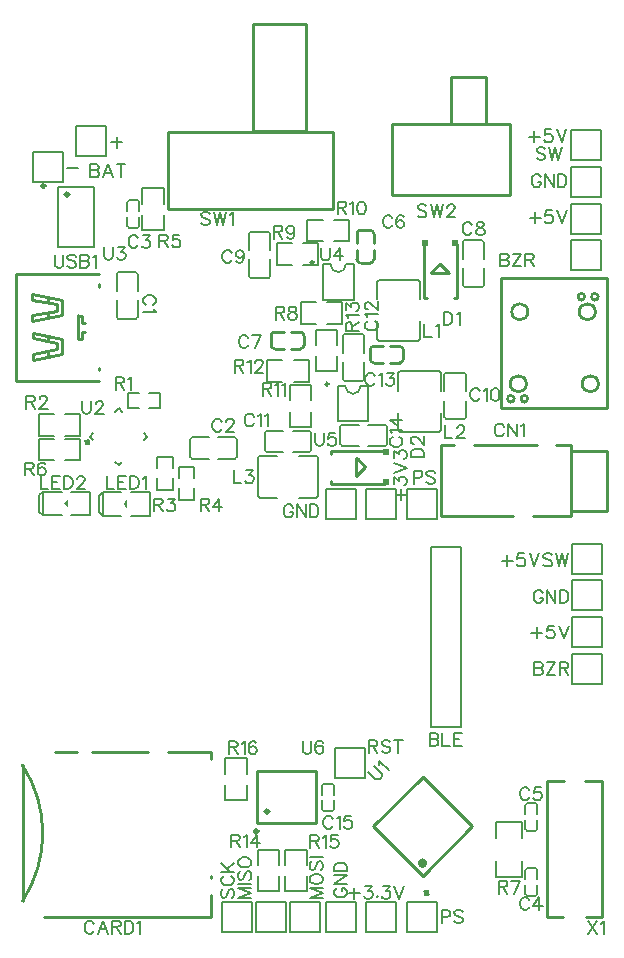
<source format=gto>
G04 Layer: TopSilkscreenLayer*
G04 EasyEDA v6.4.30, 2022-01-21 15:04:52*
G04 c46cb3ee090d4a1eb143410c139ed502,dc6f5eff9a9d40dcab93570daa8facdf,10*
G04 Gerber Generator version 0.2*
G04 Scale: 100 percent, Rotated: No, Reflected: No *
G04 Dimensions in millimeters *
G04 leading zeros omitted , absolute positions ,4 integer and 5 decimal *
%FSLAX45Y45*%
%MOMM*%

%ADD10C,0.2540*%
%ADD17C,0.4000*%
%ADD25C,0.3000*%
%ADD67C,0.1524*%
%ADD68C,0.2032*%
%ADD69C,0.2030*%
%ADD70C,0.2000*%
%ADD71C,0.2500*%
%ADD72C,0.1500*%
%ADD73C,0.2400*%

%LPD*%
D67*
X1120089Y8613046D02*
G01*
X1213561Y8613046D01*
X5172770Y8774656D02*
G01*
X5162356Y8785070D01*
X5146862Y8790404D01*
X5126034Y8790404D01*
X5110286Y8785070D01*
X5099872Y8774656D01*
X5099872Y8764242D01*
X5105206Y8754082D01*
X5110286Y8748748D01*
X5120700Y8743668D01*
X5151942Y8733254D01*
X5162356Y8727920D01*
X5167436Y8722840D01*
X5172770Y8712426D01*
X5172770Y8696932D01*
X5162356Y8686518D01*
X5146862Y8681184D01*
X5126034Y8681184D01*
X5110286Y8686518D01*
X5099872Y8696932D01*
X5207060Y8790404D02*
G01*
X5232968Y8681184D01*
X5258876Y8790404D02*
G01*
X5232968Y8681184D01*
X5258876Y8790404D02*
G01*
X5285038Y8681184D01*
X5310946Y8790404D02*
G01*
X5285038Y8681184D01*
X5086713Y8239658D02*
G01*
X5086713Y8146186D01*
X5039977Y8192922D02*
G01*
X5133449Y8192922D01*
X5230223Y8255406D02*
G01*
X5178153Y8255406D01*
X5173073Y8208670D01*
X5178153Y8213750D01*
X5193901Y8218830D01*
X5209395Y8218830D01*
X5224889Y8213750D01*
X5235303Y8203336D01*
X5240637Y8187842D01*
X5240637Y8177428D01*
X5235303Y8161680D01*
X5224889Y8151520D01*
X5209395Y8146186D01*
X5193901Y8146186D01*
X5178153Y8151520D01*
X5173073Y8156600D01*
X5167739Y8167014D01*
X5274927Y8255406D02*
G01*
X5316329Y8146186D01*
X5357985Y8255406D02*
G01*
X5316329Y8146186D01*
X3037898Y5739267D02*
G01*
X3032818Y5749681D01*
X3022404Y5760095D01*
X3011990Y5765429D01*
X2991162Y5765429D01*
X2980748Y5760095D01*
X2970334Y5749681D01*
X2965254Y5739267D01*
X2959920Y5723773D01*
X2959920Y5697865D01*
X2965254Y5682117D01*
X2970334Y5671703D01*
X2980748Y5661543D01*
X2991162Y5656209D01*
X3011990Y5656209D01*
X3022404Y5661543D01*
X3032818Y5671703D01*
X3037898Y5682117D01*
X3037898Y5697865D01*
X3011990Y5697865D02*
G01*
X3037898Y5697865D01*
X3072188Y5765429D02*
G01*
X3072188Y5656209D01*
X3072188Y5765429D02*
G01*
X3144832Y5656209D01*
X3144832Y5765429D02*
G01*
X3144832Y5656209D01*
X3179122Y5765429D02*
G01*
X3179122Y5656209D01*
X3179122Y5765429D02*
G01*
X3215698Y5765429D01*
X3231192Y5760095D01*
X3241606Y5749681D01*
X3246686Y5739267D01*
X3252020Y5723773D01*
X3252020Y5697865D01*
X3246686Y5682117D01*
X3241606Y5671703D01*
X3231192Y5661543D01*
X3215698Y5656209D01*
X3179122Y5656209D01*
X4851859Y5334657D02*
G01*
X4851859Y5241185D01*
X4804869Y5287921D02*
G01*
X4898595Y5287921D01*
X4995115Y5350405D02*
G01*
X4943299Y5350405D01*
X4937965Y5303669D01*
X4943299Y5308749D01*
X4958793Y5314083D01*
X4974287Y5314083D01*
X4990035Y5308749D01*
X5000449Y5298335D01*
X5005529Y5282841D01*
X5005529Y5272427D01*
X5000449Y5256933D01*
X4990035Y5246519D01*
X4974287Y5241185D01*
X4958793Y5241185D01*
X4943299Y5246519D01*
X4937965Y5251599D01*
X4932885Y5262013D01*
X5039819Y5350405D02*
G01*
X5081475Y5241185D01*
X5122877Y5350405D02*
G01*
X5081475Y5241185D01*
X5230065Y5334657D02*
G01*
X5219651Y5345071D01*
X5203903Y5350405D01*
X5183329Y5350405D01*
X5167581Y5345071D01*
X5157167Y5334657D01*
X5157167Y5324243D01*
X5162501Y5314083D01*
X5167581Y5308749D01*
X5177995Y5303669D01*
X5209237Y5293255D01*
X5219651Y5287921D01*
X5224731Y5282841D01*
X5230065Y5272427D01*
X5230065Y5256933D01*
X5219651Y5246519D01*
X5203903Y5241185D01*
X5183329Y5241185D01*
X5167581Y5246519D01*
X5157167Y5256933D01*
X5264355Y5350405D02*
G01*
X5290263Y5241185D01*
X5316171Y5350405D02*
G01*
X5290263Y5241185D01*
X5316171Y5350405D02*
G01*
X5342079Y5241185D01*
X5368241Y5350405D02*
G01*
X5342079Y5241185D01*
X5152887Y5014241D02*
G01*
X5147807Y5024655D01*
X5137393Y5035069D01*
X5126979Y5040403D01*
X5106151Y5040403D01*
X5095737Y5035069D01*
X5085323Y5024655D01*
X5080243Y5014241D01*
X5074909Y4998747D01*
X5074909Y4972839D01*
X5080243Y4957091D01*
X5085323Y4946677D01*
X5095737Y4936517D01*
X5106151Y4931183D01*
X5126979Y4931183D01*
X5137393Y4936517D01*
X5147807Y4946677D01*
X5152887Y4957091D01*
X5152887Y4972839D01*
X5126979Y4972839D02*
G01*
X5152887Y4972839D01*
X5187177Y5040403D02*
G01*
X5187177Y4931183D01*
X5187177Y5040403D02*
G01*
X5259821Y4931183D01*
X5259821Y5040403D02*
G01*
X5259821Y4931183D01*
X5294111Y5040403D02*
G01*
X5294111Y4931183D01*
X5294111Y5040403D02*
G01*
X5330687Y5040403D01*
X5346181Y5035069D01*
X5356595Y5024655D01*
X5361675Y5014241D01*
X5367009Y4998747D01*
X5367009Y4972839D01*
X5361675Y4957091D01*
X5356595Y4946677D01*
X5346181Y4936517D01*
X5330687Y4931183D01*
X5294111Y4931183D01*
X3410709Y2517874D02*
G01*
X3400295Y2512794D01*
X3389881Y2502380D01*
X3384547Y2491966D01*
X3384547Y2471138D01*
X3389881Y2460724D01*
X3400295Y2450310D01*
X3410709Y2445230D01*
X3426203Y2439896D01*
X3452111Y2439896D01*
X3467859Y2445230D01*
X3478273Y2450310D01*
X3488433Y2460724D01*
X3493767Y2471138D01*
X3493767Y2491966D01*
X3488433Y2502380D01*
X3478273Y2512794D01*
X3467859Y2517874D01*
X3452111Y2517874D01*
X3452111Y2491966D02*
G01*
X3452111Y2517874D01*
X3384547Y2552164D02*
G01*
X3493767Y2552164D01*
X3384547Y2552164D02*
G01*
X3493767Y2624808D01*
X3384547Y2624808D02*
G01*
X3493767Y2624808D01*
X3384547Y2659098D02*
G01*
X3493767Y2659098D01*
X3384547Y2659098D02*
G01*
X3384547Y2695674D01*
X3389881Y2711168D01*
X3400295Y2721582D01*
X3410709Y2726662D01*
X3426203Y2731996D01*
X3452111Y2731996D01*
X3467859Y2726662D01*
X3478273Y2721582D01*
X3488433Y2711168D01*
X3493767Y2695674D01*
X3493767Y2659098D01*
X5101696Y4724687D02*
G01*
X5101696Y4631215D01*
X5054960Y4677953D02*
G01*
X5148432Y4677953D01*
X5245206Y4740437D02*
G01*
X5193136Y4740437D01*
X5188056Y4693699D01*
X5193136Y4698779D01*
X5208884Y4703861D01*
X5224378Y4703861D01*
X5239872Y4698779D01*
X5250286Y4688365D01*
X5255620Y4672871D01*
X5255620Y4662457D01*
X5250286Y4646711D01*
X5239872Y4636549D01*
X5224378Y4631215D01*
X5208884Y4631215D01*
X5193136Y4636549D01*
X5188056Y4641629D01*
X5182722Y4652045D01*
X5289910Y4740437D02*
G01*
X5331312Y4631215D01*
X5372968Y4740437D02*
G01*
X5331312Y4631215D01*
X3556680Y2519644D02*
G01*
X3556680Y2426169D01*
X3509944Y2472905D02*
G01*
X3603416Y2472905D01*
X3648120Y2535392D02*
G01*
X3705270Y2535392D01*
X3674282Y2493733D01*
X3689776Y2493733D01*
X3700190Y2488653D01*
X3705270Y2483319D01*
X3710604Y2467825D01*
X3710604Y2457411D01*
X3705270Y2441917D01*
X3694856Y2431503D01*
X3679362Y2426169D01*
X3663868Y2426169D01*
X3648120Y2431503D01*
X3643040Y2436583D01*
X3637706Y2447000D01*
X3749974Y2452334D02*
G01*
X3744894Y2447000D01*
X3749974Y2441917D01*
X3755308Y2447000D01*
X3749974Y2452334D01*
X3800012Y2535392D02*
G01*
X3857162Y2535392D01*
X3825920Y2493733D01*
X3841414Y2493733D01*
X3851828Y2488653D01*
X3857162Y2483319D01*
X3862242Y2467825D01*
X3862242Y2457411D01*
X3857162Y2441917D01*
X3846748Y2431503D01*
X3831000Y2426169D01*
X3815506Y2426169D01*
X3800012Y2431503D01*
X3794678Y2436583D01*
X3789598Y2447000D01*
X3896532Y2535392D02*
G01*
X3938188Y2426169D01*
X3979590Y2535392D02*
G01*
X3938188Y2426169D01*
X5081668Y8924762D02*
G01*
X5081668Y8831290D01*
X5034932Y8878026D02*
G01*
X5128404Y8878026D01*
X5225178Y8940256D02*
G01*
X5173108Y8940256D01*
X5168028Y8893520D01*
X5173108Y8898854D01*
X5188856Y8903934D01*
X5204350Y8903934D01*
X5219844Y8898854D01*
X5230258Y8888440D01*
X5235592Y8872692D01*
X5235592Y8862278D01*
X5230258Y8846784D01*
X5219844Y8836370D01*
X5204350Y8831290D01*
X5188856Y8831290D01*
X5173108Y8836370D01*
X5168028Y8841704D01*
X5162694Y8852118D01*
X5269882Y8940256D02*
G01*
X5311284Y8831290D01*
X5352940Y8940256D02*
G01*
X5311284Y8831290D01*
X4295020Y2330277D02*
G01*
X4295020Y2221316D01*
X4295020Y2330277D02*
G01*
X4341756Y2330277D01*
X4357243Y2325194D01*
X4362577Y2319865D01*
X4367659Y2309456D01*
X4367659Y2293952D01*
X4362577Y2283536D01*
X4357243Y2278466D01*
X4341756Y2273127D01*
X4295020Y2273127D01*
X4474855Y2314783D02*
G01*
X4464438Y2325194D01*
X4448688Y2330277D01*
X4428119Y2330277D01*
X4412358Y2325194D01*
X4401954Y2314783D01*
X4401954Y2304379D01*
X4407288Y2293952D01*
X4412358Y2288623D01*
X4422787Y2283536D01*
X4454022Y2273127D01*
X4464438Y2268044D01*
X4469508Y2262715D01*
X4474855Y2252306D01*
X4474855Y2236802D01*
X4464438Y2226386D01*
X4448688Y2221316D01*
X4428119Y2221316D01*
X4412358Y2226386D01*
X4401954Y2236802D01*
X5080012Y4430262D02*
G01*
X5080012Y4321281D01*
X5080012Y4430262D02*
G01*
X5126746Y4430262D01*
X5142250Y4425175D01*
X5147579Y4419838D01*
X5152661Y4409422D01*
X5152661Y4399000D01*
X5147579Y4388601D01*
X5142250Y4383514D01*
X5126746Y4378431D01*
X5080012Y4378431D02*
G01*
X5126746Y4378431D01*
X5142250Y4373112D01*
X5147579Y4368025D01*
X5152661Y4357611D01*
X5152661Y4341850D01*
X5147579Y4331451D01*
X5142250Y4326364D01*
X5126746Y4321281D01*
X5080012Y4321281D01*
X5259844Y4430262D02*
G01*
X5186941Y4321281D01*
X5186941Y4430262D02*
G01*
X5259844Y4430262D01*
X5186941Y4321281D02*
G01*
X5259844Y4321281D01*
X5294142Y4430262D02*
G01*
X5294142Y4321281D01*
X5294142Y4430262D02*
G01*
X5340875Y4430262D01*
X5356364Y4425175D01*
X5361696Y4419838D01*
X5366778Y4409422D01*
X5366778Y4399000D01*
X5361696Y4388601D01*
X5356364Y4383514D01*
X5340875Y4378431D01*
X5294142Y4378431D01*
X5330461Y4378431D02*
G01*
X5366778Y4321281D01*
X3675374Y3499594D02*
G01*
X3730515Y3444453D01*
X3745062Y3437089D01*
X3759789Y3437089D01*
X3774518Y3444633D01*
X3781882Y3451997D01*
X3789245Y3466546D01*
X3789245Y3481273D01*
X3781882Y3495822D01*
X3726743Y3550960D01*
X3765717Y3560480D02*
G01*
X3769309Y3571615D01*
X3769489Y3593706D01*
X3846540Y3516655D01*
X3877830Y8189249D02*
G01*
X3872750Y8199663D01*
X3862336Y8210077D01*
X3851922Y8215411D01*
X3831094Y8215411D01*
X3820680Y8210077D01*
X3810520Y8199663D01*
X3805186Y8189249D01*
X3800106Y8173755D01*
X3800106Y8147847D01*
X3805186Y8132099D01*
X3810520Y8121939D01*
X3820680Y8111525D01*
X3831094Y8106191D01*
X3851922Y8106191D01*
X3862336Y8111525D01*
X3872750Y8121939D01*
X3877830Y8132099D01*
X3974604Y8199663D02*
G01*
X3969270Y8210077D01*
X3953776Y8215411D01*
X3943362Y8215411D01*
X3927868Y8210077D01*
X3917454Y8194583D01*
X3912120Y8168675D01*
X3912120Y8142513D01*
X3917454Y8121939D01*
X3927868Y8111525D01*
X3943362Y8106191D01*
X3948696Y8106191D01*
X3964190Y8111525D01*
X3974604Y8121939D01*
X3979684Y8137433D01*
X3979684Y8142513D01*
X3974604Y8158261D01*
X3964190Y8168675D01*
X3948696Y8173755D01*
X3943362Y8173755D01*
X3927868Y8168675D01*
X3917454Y8158261D01*
X3912120Y8142513D01*
X2657762Y7174542D02*
G01*
X2652682Y7184702D01*
X2642268Y7195116D01*
X2631854Y7200450D01*
X2611026Y7200450D01*
X2600612Y7195116D01*
X2590198Y7184702D01*
X2585118Y7174542D01*
X2579784Y7158794D01*
X2579784Y7132886D01*
X2585118Y7117392D01*
X2590198Y7106978D01*
X2600612Y7096564D01*
X2611026Y7091230D01*
X2631854Y7091230D01*
X2642268Y7096564D01*
X2652682Y7106978D01*
X2657762Y7117392D01*
X2764950Y7200450D02*
G01*
X2712880Y7091230D01*
X2692052Y7200450D02*
G01*
X2764950Y7200450D01*
X3728138Y6854393D02*
G01*
X3722804Y6864807D01*
X3712390Y6874967D01*
X3701976Y6880301D01*
X3681402Y6880301D01*
X3670988Y6874967D01*
X3660574Y6864807D01*
X3655240Y6854393D01*
X3650160Y6838645D01*
X3650160Y6812737D01*
X3655240Y6797243D01*
X3660574Y6786829D01*
X3670988Y6776415D01*
X3681402Y6771081D01*
X3701976Y6771081D01*
X3712390Y6776415D01*
X3722804Y6786829D01*
X3728138Y6797243D01*
X3762428Y6859473D02*
G01*
X3772842Y6864807D01*
X3788336Y6880301D01*
X3788336Y6771081D01*
X3833040Y6880301D02*
G01*
X3890190Y6880301D01*
X3858948Y6838645D01*
X3874442Y6838645D01*
X3884856Y6833565D01*
X3890190Y6828231D01*
X3895270Y6812737D01*
X3895270Y6802323D01*
X3890190Y6786829D01*
X3879776Y6776415D01*
X3864282Y6771081D01*
X3848534Y6771081D01*
X3833040Y6776415D01*
X3827706Y6781495D01*
X3822626Y6791909D01*
X4780018Y2580411D02*
G01*
X4780018Y2471191D01*
X4780018Y2580411D02*
G01*
X4826754Y2580411D01*
X4842248Y2575077D01*
X4847582Y2569997D01*
X4852662Y2559583D01*
X4852662Y2549169D01*
X4847582Y2538755D01*
X4842248Y2533675D01*
X4826754Y2528341D01*
X4780018Y2528341D01*
X4816340Y2528341D02*
G01*
X4852662Y2471191D01*
X4959850Y2580411D02*
G01*
X4907780Y2471191D01*
X4886952Y2580411D02*
G01*
X4959850Y2580411D01*
X1546860Y8879839D02*
G01*
X1546860Y8786113D01*
X1500123Y8833104D02*
G01*
X1593595Y8833104D01*
X1320037Y8645397D02*
G01*
X1320037Y8536178D01*
X1320037Y8645397D02*
G01*
X1366773Y8645397D01*
X1382268Y8640063D01*
X1387602Y8634984D01*
X1392681Y8624570D01*
X1392681Y8614155D01*
X1387602Y8603742D01*
X1382268Y8598662D01*
X1366773Y8593328D01*
X1320037Y8593328D02*
G01*
X1366773Y8593328D01*
X1382268Y8588247D01*
X1387602Y8582913D01*
X1392681Y8572500D01*
X1392681Y8557005D01*
X1387602Y8546592D01*
X1382268Y8541512D01*
X1366773Y8536178D01*
X1320037Y8536178D01*
X1468628Y8645397D02*
G01*
X1426971Y8536178D01*
X1468628Y8645397D02*
G01*
X1510029Y8536178D01*
X1442720Y8572500D02*
G01*
X1494536Y8572500D01*
X1580895Y8645397D02*
G01*
X1580895Y8536178D01*
X1544320Y8645397D02*
G01*
X1617218Y8645397D01*
X899947Y6005329D02*
G01*
X899947Y5896109D01*
X899947Y5896109D02*
G01*
X962431Y5896109D01*
X996721Y6005329D02*
G01*
X996721Y5896109D01*
X996721Y6005329D02*
G01*
X1064285Y6005329D01*
X996721Y5953259D02*
G01*
X1038123Y5953259D01*
X996721Y5896109D02*
G01*
X1064285Y5896109D01*
X1098575Y6005329D02*
G01*
X1098575Y5896109D01*
X1098575Y6005329D02*
G01*
X1134897Y6005329D01*
X1150391Y6000249D01*
X1160805Y5989835D01*
X1165885Y5979421D01*
X1171219Y5963673D01*
X1171219Y5937765D01*
X1165885Y5922271D01*
X1160805Y5911857D01*
X1150391Y5901443D01*
X1134897Y5896109D01*
X1098575Y5896109D01*
X1210589Y5979421D02*
G01*
X1210589Y5984501D01*
X1215923Y5994915D01*
X1221003Y6000249D01*
X1231417Y6005329D01*
X1252245Y6005329D01*
X1262659Y6000249D01*
X1267739Y5994915D01*
X1273073Y5984501D01*
X1273073Y5974087D01*
X1267739Y5963673D01*
X1257325Y5948179D01*
X1205509Y5896109D01*
X1278153Y5896109D01*
X1860001Y5815103D02*
G01*
X1860001Y5706137D01*
X1860001Y5815103D02*
G01*
X1906737Y5815103D01*
X1922231Y5810023D01*
X1927565Y5804689D01*
X1932645Y5794529D01*
X1932645Y5784115D01*
X1927565Y5773701D01*
X1922231Y5768367D01*
X1906737Y5763287D01*
X1860001Y5763287D01*
X1896323Y5763287D02*
G01*
X1932645Y5706137D01*
X1977349Y5815103D02*
G01*
X2034499Y5815103D01*
X2003257Y5773701D01*
X2019005Y5773701D01*
X2029419Y5768367D01*
X2034499Y5763287D01*
X2039833Y5747539D01*
X2039833Y5737379D01*
X2034499Y5721631D01*
X2024085Y5711217D01*
X2008591Y5706137D01*
X1993097Y5706137D01*
X1977349Y5711217D01*
X1972269Y5716551D01*
X1966935Y5726965D01*
X2255138Y5815192D02*
G01*
X2255138Y5706226D01*
X2255138Y5815192D02*
G01*
X2301875Y5815192D01*
X2317368Y5810112D01*
X2322702Y5805032D01*
X2327783Y5794618D01*
X2327783Y5784204D01*
X2322702Y5773790D01*
X2317368Y5768456D01*
X2301875Y5763376D01*
X2255138Y5763376D01*
X2291461Y5763376D02*
G01*
X2327783Y5706226D01*
X2414143Y5815192D02*
G01*
X2362072Y5742548D01*
X2440050Y5742548D01*
X2414143Y5815192D02*
G01*
X2414143Y5706226D01*
X3119975Y3765290D02*
G01*
X3119975Y3687312D01*
X3125055Y3671818D01*
X3135469Y3661404D01*
X3151217Y3656324D01*
X3161631Y3656324D01*
X3177125Y3661404D01*
X3187539Y3671818D01*
X3192619Y3687312D01*
X3192619Y3765290D01*
X3289393Y3749796D02*
G01*
X3284059Y3760210D01*
X3268565Y3765290D01*
X3258151Y3765290D01*
X3242657Y3760210D01*
X3232243Y3744462D01*
X3226909Y3718554D01*
X3226909Y3692646D01*
X3232243Y3671818D01*
X3242657Y3661404D01*
X3258151Y3656324D01*
X3263485Y3656324D01*
X3278979Y3661404D01*
X3289393Y3671818D01*
X3294473Y3687312D01*
X3294473Y3692646D01*
X3289393Y3708140D01*
X3278979Y3718554D01*
X3263485Y3723634D01*
X3258151Y3723634D01*
X3242657Y3718554D01*
X3232243Y3708140D01*
X3226909Y3692646D01*
X2514991Y2970311D02*
G01*
X2514991Y2861345D01*
X2514991Y2970311D02*
G01*
X2561727Y2970311D01*
X2577221Y2965231D01*
X2582555Y2959897D01*
X2587635Y2949483D01*
X2587635Y2939069D01*
X2582555Y2928655D01*
X2577221Y2923575D01*
X2561727Y2918495D01*
X2514991Y2918495D01*
X2551313Y2918495D02*
G01*
X2587635Y2861345D01*
X2621925Y2949483D02*
G01*
X2632339Y2954817D01*
X2648087Y2970311D01*
X2648087Y2861345D01*
X2734193Y2970311D02*
G01*
X2682377Y2897667D01*
X2760101Y2897667D01*
X2734193Y2970311D02*
G01*
X2734193Y2861345D01*
X3184992Y2965287D02*
G01*
X3184992Y2856321D01*
X3184992Y2965287D02*
G01*
X3231728Y2965287D01*
X3247222Y2960207D01*
X3252556Y2954873D01*
X3257636Y2944459D01*
X3257636Y2934045D01*
X3252556Y2923631D01*
X3247222Y2918551D01*
X3231728Y2913471D01*
X3184992Y2913471D01*
X3221314Y2913471D02*
G01*
X3257636Y2856321D01*
X3291926Y2944459D02*
G01*
X3302340Y2949793D01*
X3318088Y2965287D01*
X3318088Y2856321D01*
X3414608Y2965287D02*
G01*
X3362792Y2965287D01*
X3357458Y2918551D01*
X3362792Y2923631D01*
X3378286Y2928965D01*
X3393780Y2928965D01*
X3409528Y2923631D01*
X3419942Y2913471D01*
X3425022Y2897723D01*
X3425022Y2887309D01*
X3419942Y2871815D01*
X3409528Y2861401D01*
X3393780Y2856321D01*
X3378286Y2856321D01*
X3362792Y2861401D01*
X3357458Y2866481D01*
X3352378Y2876895D01*
X2495011Y3760312D02*
G01*
X2495011Y3651346D01*
X2495011Y3760312D02*
G01*
X2541747Y3760312D01*
X2557241Y3755232D01*
X2562575Y3749898D01*
X2567655Y3739484D01*
X2567655Y3729070D01*
X2562575Y3718656D01*
X2557241Y3713576D01*
X2541747Y3708496D01*
X2495011Y3708496D01*
X2531333Y3708496D02*
G01*
X2567655Y3651346D01*
X2601945Y3739484D02*
G01*
X2612359Y3744818D01*
X2628107Y3760312D01*
X2628107Y3651346D01*
X2724627Y3744818D02*
G01*
X2719547Y3755232D01*
X2703799Y3760312D01*
X2693385Y3760312D01*
X2677891Y3755232D01*
X2667477Y3739484D01*
X2662397Y3713576D01*
X2662397Y3687668D01*
X2667477Y3666840D01*
X2677891Y3656426D01*
X2693385Y3651346D01*
X2698719Y3651346D01*
X2714213Y3656426D01*
X2724627Y3666840D01*
X2729961Y3682334D01*
X2729961Y3687668D01*
X2724627Y3703162D01*
X2714213Y3713576D01*
X2698719Y3718656D01*
X2693385Y3718656D01*
X2677891Y3713576D01*
X2667477Y3703162D01*
X2662397Y3687668D01*
X4789990Y7890299D02*
G01*
X4789990Y7781333D01*
X4789990Y7890299D02*
G01*
X4836726Y7890299D01*
X4852220Y7885219D01*
X4857554Y7879885D01*
X4862634Y7869471D01*
X4862634Y7859057D01*
X4857554Y7848643D01*
X4852220Y7843563D01*
X4836726Y7838483D01*
X4789990Y7838483D02*
G01*
X4836726Y7838483D01*
X4852220Y7833149D01*
X4857554Y7828069D01*
X4862634Y7817655D01*
X4862634Y7801907D01*
X4857554Y7791493D01*
X4852220Y7786413D01*
X4836726Y7781333D01*
X4789990Y7781333D01*
X4969822Y7890299D02*
G01*
X4896924Y7781333D01*
X4896924Y7890299D02*
G01*
X4969822Y7890299D01*
X4896924Y7781333D02*
G01*
X4969822Y7781333D01*
X5004112Y7890299D02*
G01*
X5004112Y7781333D01*
X5004112Y7890299D02*
G01*
X5050848Y7890299D01*
X5066342Y7885219D01*
X5071676Y7879885D01*
X5076756Y7869471D01*
X5076756Y7859057D01*
X5071676Y7848643D01*
X5066342Y7843563D01*
X5050848Y7838483D01*
X5004112Y7838483D01*
X5040434Y7838483D02*
G01*
X5076756Y7781333D01*
X4059994Y6050302D02*
G01*
X4059994Y5941336D01*
X4059994Y6050302D02*
G01*
X4106730Y6050302D01*
X4122224Y6045222D01*
X4127558Y6039888D01*
X4132638Y6029474D01*
X4132638Y6013980D01*
X4127558Y6003566D01*
X4122224Y5998486D01*
X4106730Y5993152D01*
X4059994Y5993152D01*
X4239826Y6034808D02*
G01*
X4229412Y6045222D01*
X4213664Y6050302D01*
X4193090Y6050302D01*
X4177342Y6045222D01*
X4166928Y6034808D01*
X4166928Y6024394D01*
X4172262Y6013980D01*
X4177342Y6008646D01*
X4187756Y6003566D01*
X4218998Y5993152D01*
X4229412Y5988072D01*
X4234492Y5982738D01*
X4239826Y5972324D01*
X4239826Y5956830D01*
X4229412Y5946416D01*
X4213664Y5941336D01*
X4193090Y5941336D01*
X4177342Y5946416D01*
X4166928Y5956830D01*
X3905260Y5846714D02*
G01*
X3998732Y5846714D01*
X3951996Y5799978D02*
G01*
X3951996Y5893450D01*
X3889766Y5938154D02*
G01*
X3889766Y5995304D01*
X3931168Y5964062D01*
X3931168Y5979810D01*
X3936502Y5990224D01*
X3941582Y5995304D01*
X3957076Y6000638D01*
X3967490Y6000638D01*
X3983238Y5995304D01*
X3993652Y5984890D01*
X3998732Y5969396D01*
X3998732Y5953648D01*
X3993652Y5938154D01*
X3988318Y5933074D01*
X3977904Y5927740D01*
X3889766Y6034928D02*
G01*
X3998732Y6076330D01*
X3889766Y6117986D02*
G01*
X3998732Y6076330D01*
X3889766Y6162690D02*
G01*
X3889766Y6219840D01*
X3931168Y6188598D01*
X3931168Y6204092D01*
X3936502Y6214506D01*
X3941582Y6219840D01*
X3957076Y6224920D01*
X3967490Y6224920D01*
X3983238Y6219840D01*
X3993652Y6209426D01*
X3998732Y6193678D01*
X3998732Y6178184D01*
X3993652Y6162690D01*
X3988318Y6157356D01*
X3977904Y6152276D01*
X3880584Y6332964D02*
G01*
X3870170Y6327630D01*
X3859756Y6317216D01*
X3854676Y6307056D01*
X3854676Y6286228D01*
X3859756Y6275814D01*
X3870170Y6265400D01*
X3880584Y6260066D01*
X3896332Y6254986D01*
X3922240Y6254986D01*
X3937734Y6260066D01*
X3948148Y6265400D01*
X3958562Y6275814D01*
X3963642Y6286228D01*
X3963642Y6307056D01*
X3958562Y6317216D01*
X3948148Y6327630D01*
X3937734Y6332964D01*
X3875504Y6367254D02*
G01*
X3870170Y6377668D01*
X3854676Y6393162D01*
X3963642Y6393162D01*
X3854676Y6479522D02*
G01*
X3927320Y6427452D01*
X3927320Y6505430D01*
X3854676Y6479522D02*
G01*
X3963642Y6479522D01*
X1851405Y7457005D02*
G01*
X1861820Y7462339D01*
X1872234Y7472753D01*
X1877313Y7482913D01*
X1877313Y7503741D01*
X1872234Y7514155D01*
X1861820Y7524569D01*
X1851405Y7529903D01*
X1835657Y7534983D01*
X1809750Y7534983D01*
X1794255Y7529903D01*
X1783842Y7524569D01*
X1773428Y7514155D01*
X1768347Y7503741D01*
X1768347Y7482913D01*
X1773428Y7472753D01*
X1783842Y7462339D01*
X1794255Y7457005D01*
X1856486Y7422715D02*
G01*
X1861820Y7412301D01*
X1877313Y7396807D01*
X1768347Y7396807D01*
X2432984Y6464393D02*
G01*
X2427650Y6474807D01*
X2417236Y6485221D01*
X2407076Y6490301D01*
X2386248Y6490301D01*
X2375834Y6485221D01*
X2365420Y6474807D01*
X2360086Y6464393D01*
X2355006Y6448645D01*
X2355006Y6422737D01*
X2360086Y6407243D01*
X2365420Y6396829D01*
X2375834Y6386415D01*
X2386248Y6381335D01*
X2407076Y6381335D01*
X2417236Y6386415D01*
X2427650Y6396829D01*
X2432984Y6407243D01*
X2472354Y6464393D02*
G01*
X2472354Y6469473D01*
X2477688Y6479887D01*
X2482768Y6485221D01*
X2493182Y6490301D01*
X2514010Y6490301D01*
X2524424Y6485221D01*
X2529504Y6479887D01*
X2534838Y6469473D01*
X2534838Y6459059D01*
X2529504Y6448645D01*
X2519090Y6433151D01*
X2467274Y6381335D01*
X2539918Y6381335D01*
X4552975Y8129394D02*
G01*
X4547641Y8139808D01*
X4537227Y8150222D01*
X4527067Y8155302D01*
X4506239Y8155302D01*
X4495825Y8150222D01*
X4485411Y8139808D01*
X4480077Y8129394D01*
X4474997Y8113646D01*
X4474997Y8087738D01*
X4480077Y8072244D01*
X4485411Y8061830D01*
X4495825Y8051416D01*
X4506239Y8046336D01*
X4527067Y8046336D01*
X4537227Y8051416D01*
X4547641Y8061830D01*
X4552975Y8072244D01*
X4613173Y8155302D02*
G01*
X4597679Y8150222D01*
X4592345Y8139808D01*
X4592345Y8129394D01*
X4597679Y8118980D01*
X4608093Y8113646D01*
X4628667Y8108566D01*
X4644415Y8103486D01*
X4654829Y8093072D01*
X4659909Y8082658D01*
X4659909Y8066910D01*
X4654829Y8056496D01*
X4649495Y8051416D01*
X4634001Y8046336D01*
X4613173Y8046336D01*
X4597679Y8051416D01*
X4592345Y8056496D01*
X4587265Y8066910D01*
X4587265Y8082658D01*
X4592345Y8093072D01*
X4602759Y8103486D01*
X4618507Y8108566D01*
X4639081Y8113646D01*
X4649495Y8118980D01*
X4654829Y8129394D01*
X4654829Y8139808D01*
X4649495Y8150222D01*
X4634001Y8155302D01*
X4613173Y8155302D01*
X2517983Y7894401D02*
G01*
X2512649Y7904815D01*
X2502235Y7915229D01*
X2492075Y7920309D01*
X2471247Y7920309D01*
X2460833Y7915229D01*
X2450419Y7904815D01*
X2445085Y7894401D01*
X2440005Y7878653D01*
X2440005Y7852745D01*
X2445085Y7837251D01*
X2450419Y7826837D01*
X2460833Y7816423D01*
X2471247Y7811343D01*
X2492075Y7811343D01*
X2502235Y7816423D01*
X2512649Y7826837D01*
X2517983Y7837251D01*
X2619837Y7883987D02*
G01*
X2614503Y7868493D01*
X2604089Y7858079D01*
X2588595Y7852745D01*
X2583515Y7852745D01*
X2567767Y7858079D01*
X2557353Y7868493D01*
X2552273Y7883987D01*
X2552273Y7889067D01*
X2557353Y7904815D01*
X2567767Y7915229D01*
X2583515Y7920309D01*
X2588595Y7920309D01*
X2604089Y7915229D01*
X2614503Y7904815D01*
X2619837Y7883987D01*
X2619837Y7858079D01*
X2614503Y7831917D01*
X2604089Y7816423D01*
X2588595Y7811343D01*
X2578181Y7811343D01*
X2562687Y7816423D01*
X2557353Y7826837D01*
X4617958Y6724393D02*
G01*
X4612624Y6734807D01*
X4602210Y6745221D01*
X4592050Y6750301D01*
X4571222Y6750301D01*
X4560808Y6745221D01*
X4550394Y6734807D01*
X4545060Y6724393D01*
X4539980Y6708645D01*
X4539980Y6682737D01*
X4545060Y6667243D01*
X4550394Y6656829D01*
X4560808Y6646415D01*
X4571222Y6641335D01*
X4592050Y6641335D01*
X4602210Y6646415D01*
X4612624Y6656829D01*
X4617958Y6667243D01*
X4652248Y6729473D02*
G01*
X4662662Y6734807D01*
X4678156Y6750301D01*
X4678156Y6641335D01*
X4743688Y6750301D02*
G01*
X4727940Y6745221D01*
X4717780Y6729473D01*
X4712446Y6703565D01*
X4712446Y6688071D01*
X4717780Y6661909D01*
X4727940Y6646415D01*
X4743688Y6641335D01*
X4754102Y6641335D01*
X4769596Y6646415D01*
X4780010Y6661909D01*
X4785090Y6688071D01*
X4785090Y6703565D01*
X4780010Y6729473D01*
X4769596Y6745221D01*
X4754102Y6750301D01*
X4743688Y6750301D01*
X2707967Y6509385D02*
G01*
X2702633Y6519798D01*
X2692219Y6530212D01*
X2682059Y6535293D01*
X2661231Y6535293D01*
X2650817Y6530212D01*
X2640403Y6519798D01*
X2635069Y6509385D01*
X2629989Y6493637D01*
X2629989Y6467729D01*
X2635069Y6452235D01*
X2640403Y6441820D01*
X2650817Y6431406D01*
X2661231Y6426327D01*
X2682059Y6426327D01*
X2692219Y6431406D01*
X2702633Y6441820D01*
X2707967Y6452235D01*
X2742257Y6514464D02*
G01*
X2752671Y6519798D01*
X2768165Y6535293D01*
X2768165Y6426327D01*
X2802455Y6514464D02*
G01*
X2812869Y6519798D01*
X2828363Y6535293D01*
X2828363Y6426327D01*
X2332639Y8224804D02*
G01*
X2322225Y8235218D01*
X2306731Y8240298D01*
X2285903Y8240298D01*
X2270409Y8235218D01*
X2259995Y8224804D01*
X2259995Y8214390D01*
X2265075Y8203976D01*
X2270409Y8198642D01*
X2280823Y8193562D01*
X2312065Y8183148D01*
X2322225Y8178068D01*
X2327559Y8172734D01*
X2332639Y8162320D01*
X2332639Y8146826D01*
X2322225Y8136412D01*
X2306731Y8131332D01*
X2285903Y8131332D01*
X2270409Y8136412D01*
X2259995Y8146826D01*
X2366929Y8240298D02*
G01*
X2393091Y8131332D01*
X2418999Y8240298D02*
G01*
X2393091Y8131332D01*
X2418999Y8240298D02*
G01*
X2444907Y8131332D01*
X2470815Y8240298D02*
G01*
X2444907Y8131332D01*
X2505105Y8219470D02*
G01*
X2515519Y8224804D01*
X2531267Y8240298D01*
X2531267Y8131332D01*
X4822979Y6424391D02*
G01*
X4817645Y6434805D01*
X4807231Y6445219D01*
X4797071Y6450299D01*
X4776243Y6450299D01*
X4765829Y6445219D01*
X4755415Y6434805D01*
X4750081Y6424391D01*
X4745001Y6408643D01*
X4745001Y6382735D01*
X4750081Y6367241D01*
X4755415Y6356827D01*
X4765829Y6346413D01*
X4776243Y6341333D01*
X4797071Y6341333D01*
X4807231Y6346413D01*
X4817645Y6356827D01*
X4822979Y6367241D01*
X4857269Y6450299D02*
G01*
X4857269Y6341333D01*
X4857269Y6450299D02*
G01*
X4929913Y6341333D01*
X4929913Y6450299D02*
G01*
X4929913Y6341333D01*
X4964203Y6429471D02*
G01*
X4974617Y6434805D01*
X4990111Y6450299D01*
X4990111Y6341333D01*
X4167637Y8289805D02*
G01*
X4157223Y8300219D01*
X4141729Y8305299D01*
X4120901Y8305299D01*
X4105407Y8300219D01*
X4094993Y8289805D01*
X4094993Y8279391D01*
X4100073Y8268977D01*
X4105407Y8263643D01*
X4115821Y8258563D01*
X4147063Y8248149D01*
X4157223Y8243069D01*
X4162557Y8237735D01*
X4167637Y8227321D01*
X4167637Y8211827D01*
X4157223Y8201413D01*
X4141729Y8196333D01*
X4120901Y8196333D01*
X4105407Y8201413D01*
X4094993Y8211827D01*
X4201927Y8305299D02*
G01*
X4228089Y8196333D01*
X4253997Y8305299D02*
G01*
X4228089Y8196333D01*
X4253997Y8305299D02*
G01*
X4279905Y8196333D01*
X4305813Y8305299D02*
G01*
X4279905Y8196333D01*
X4345437Y8279391D02*
G01*
X4345437Y8284471D01*
X4350517Y8294885D01*
X4355851Y8300219D01*
X4366265Y8305299D01*
X4387093Y8305299D01*
X4397253Y8300219D01*
X4402587Y8294885D01*
X4407667Y8284471D01*
X4407667Y8274057D01*
X4402587Y8263643D01*
X4392173Y8248149D01*
X4340103Y8196333D01*
X4413001Y8196333D01*
X1019997Y7880299D02*
G01*
X1019997Y7802321D01*
X1025077Y7786827D01*
X1035491Y7776413D01*
X1051239Y7771333D01*
X1061653Y7771333D01*
X1077147Y7776413D01*
X1087561Y7786827D01*
X1092641Y7802321D01*
X1092641Y7880299D01*
X1199829Y7864805D02*
G01*
X1189415Y7875219D01*
X1173667Y7880299D01*
X1153093Y7880299D01*
X1137345Y7875219D01*
X1126931Y7864805D01*
X1126931Y7854391D01*
X1132265Y7843977D01*
X1137345Y7838643D01*
X1147759Y7833563D01*
X1179001Y7823149D01*
X1189415Y7818069D01*
X1194495Y7812735D01*
X1199829Y7802321D01*
X1199829Y7786827D01*
X1189415Y7776413D01*
X1173667Y7771333D01*
X1153093Y7771333D01*
X1137345Y7776413D01*
X1126931Y7786827D01*
X1234119Y7880299D02*
G01*
X1234119Y7771333D01*
X1234119Y7880299D02*
G01*
X1280855Y7880299D01*
X1296349Y7875219D01*
X1301683Y7869885D01*
X1306763Y7859471D01*
X1306763Y7849057D01*
X1301683Y7838643D01*
X1296349Y7833563D01*
X1280855Y7828483D01*
X1234119Y7828483D02*
G01*
X1280855Y7828483D01*
X1296349Y7823149D01*
X1301683Y7818069D01*
X1306763Y7807655D01*
X1306763Y7791907D01*
X1301683Y7781493D01*
X1296349Y7776413D01*
X1280855Y7771333D01*
X1234119Y7771333D01*
X1341053Y7859471D02*
G01*
X1351467Y7864805D01*
X1366961Y7880299D01*
X1366961Y7771333D01*
X4194909Y3830246D02*
G01*
X4194909Y3721280D01*
X4194909Y3830246D02*
G01*
X4241645Y3830246D01*
X4257393Y3825166D01*
X4262473Y3819832D01*
X4267807Y3809418D01*
X4267807Y3799258D01*
X4262473Y3788844D01*
X4257393Y3783510D01*
X4241645Y3778430D01*
X4194909Y3778430D02*
G01*
X4241645Y3778430D01*
X4257393Y3773096D01*
X4262473Y3768016D01*
X4267807Y3757602D01*
X4267807Y3742108D01*
X4262473Y3731694D01*
X4257393Y3726360D01*
X4241645Y3721280D01*
X4194909Y3721280D01*
X4302097Y3830246D02*
G01*
X4302097Y3721280D01*
X4302097Y3721280D02*
G01*
X4364327Y3721280D01*
X4398617Y3830246D02*
G01*
X4398617Y3721280D01*
X4398617Y3830246D02*
G01*
X4466181Y3830246D01*
X4398617Y3778430D02*
G01*
X4440273Y3778430D01*
X4398617Y3721280D02*
G01*
X4466181Y3721280D01*
X1722948Y8019321D02*
G01*
X1717614Y8029735D01*
X1707454Y8040149D01*
X1697040Y8045229D01*
X1676212Y8045229D01*
X1665798Y8040149D01*
X1655384Y8029735D01*
X1650304Y8019321D01*
X1644970Y8003827D01*
X1644970Y7977665D01*
X1650304Y7962171D01*
X1655384Y7951757D01*
X1665798Y7941343D01*
X1676212Y7936263D01*
X1697040Y7936263D01*
X1707454Y7941343D01*
X1717614Y7951757D01*
X1722948Y7962171D01*
X1767652Y8045229D02*
G01*
X1824802Y8045229D01*
X1793560Y8003827D01*
X1809054Y8003827D01*
X1819468Y7998493D01*
X1824802Y7993413D01*
X1829882Y7977665D01*
X1829882Y7967505D01*
X1824802Y7951757D01*
X1814388Y7941343D01*
X1798894Y7936263D01*
X1783146Y7936263D01*
X1767652Y7941343D01*
X1762318Y7946677D01*
X1757238Y7957091D01*
X5137993Y8534468D02*
G01*
X5132659Y8544628D01*
X5122245Y8555042D01*
X5111831Y8560376D01*
X5091257Y8560376D01*
X5080843Y8555042D01*
X5070429Y8544628D01*
X5065095Y8534468D01*
X5060015Y8518720D01*
X5060015Y8492812D01*
X5065095Y8477318D01*
X5070429Y8466904D01*
X5080843Y8456490D01*
X5091257Y8451156D01*
X5111831Y8451156D01*
X5122245Y8456490D01*
X5132659Y8466904D01*
X5137993Y8477318D01*
X5137993Y8492812D01*
X5111831Y8492812D02*
G01*
X5137993Y8492812D01*
X5172283Y8560376D02*
G01*
X5172283Y8451156D01*
X5172283Y8560376D02*
G01*
X5244927Y8451156D01*
X5244927Y8560376D02*
G01*
X5244927Y8451156D01*
X5279217Y8560376D02*
G01*
X5279217Y8451156D01*
X5279217Y8560376D02*
G01*
X5315539Y8560376D01*
X5331287Y8555042D01*
X5341701Y8544628D01*
X5346781Y8534468D01*
X5351861Y8518720D01*
X5351861Y8492812D01*
X5346781Y8477318D01*
X5341701Y8466904D01*
X5331287Y8456490D01*
X5315539Y8451156D01*
X5279217Y8451156D01*
X2574858Y2435202D02*
G01*
X2683824Y2435202D01*
X2574858Y2435202D02*
G01*
X2683824Y2476604D01*
X2574858Y2518260D02*
G01*
X2683824Y2476604D01*
X2574858Y2518260D02*
G01*
X2683824Y2518260D01*
X2574858Y2552550D02*
G01*
X2683824Y2552550D01*
X2590352Y2659484D02*
G01*
X2579938Y2649070D01*
X2574858Y2633576D01*
X2574858Y2612748D01*
X2579938Y2597254D01*
X2590352Y2586840D01*
X2600766Y2586840D01*
X2611180Y2591920D01*
X2616260Y2597254D01*
X2621594Y2607668D01*
X2632008Y2638656D01*
X2637088Y2649070D01*
X2642422Y2654404D01*
X2652582Y2659484D01*
X2668330Y2659484D01*
X2678744Y2649070D01*
X2683824Y2633576D01*
X2683824Y2612748D01*
X2678744Y2597254D01*
X2668330Y2586840D01*
X2574858Y2725016D02*
G01*
X2579938Y2714602D01*
X2590352Y2704188D01*
X2600766Y2699108D01*
X2616260Y2693774D01*
X2642422Y2693774D01*
X2657916Y2699108D01*
X2668330Y2704188D01*
X2678744Y2714602D01*
X2683824Y2725016D01*
X2683824Y2745844D01*
X2678744Y2756258D01*
X2668330Y2766672D01*
X2657916Y2771752D01*
X2642422Y2776832D01*
X2616260Y2776832D01*
X2600766Y2771752D01*
X2590352Y2766672D01*
X2579938Y2756258D01*
X2574858Y2745844D01*
X2574858Y2725016D01*
X3179792Y2435021D02*
G01*
X3288758Y2435021D01*
X3179792Y2435021D02*
G01*
X3288758Y2476677D01*
X3179792Y2518079D02*
G01*
X3288758Y2476677D01*
X3179792Y2518079D02*
G01*
X3288758Y2518079D01*
X3179792Y2583611D02*
G01*
X3184872Y2573197D01*
X3195286Y2562783D01*
X3205700Y2557703D01*
X3221194Y2552369D01*
X3247356Y2552369D01*
X3262850Y2557703D01*
X3273264Y2562783D01*
X3283678Y2573197D01*
X3288758Y2583611D01*
X3288758Y2604439D01*
X3283678Y2614853D01*
X3273264Y2625267D01*
X3262850Y2630347D01*
X3247356Y2635681D01*
X3221194Y2635681D01*
X3205700Y2630347D01*
X3195286Y2625267D01*
X3184872Y2614853D01*
X3179792Y2604439D01*
X3179792Y2583611D01*
X3195286Y2742615D02*
G01*
X3184872Y2732201D01*
X3179792Y2716707D01*
X3179792Y2695879D01*
X3184872Y2680385D01*
X3195286Y2669971D01*
X3205700Y2669971D01*
X3216114Y2675051D01*
X3221194Y2680385D01*
X3226528Y2690799D01*
X3236942Y2721787D01*
X3242022Y2732201D01*
X3247356Y2737535D01*
X3257516Y2742615D01*
X3273264Y2742615D01*
X3283678Y2732201D01*
X3288758Y2716707D01*
X3288758Y2695879D01*
X3283678Y2680385D01*
X3273264Y2669971D01*
X3179792Y2776905D02*
G01*
X3288758Y2776905D01*
X3679974Y3770411D02*
G01*
X3679974Y3661191D01*
X3679974Y3770411D02*
G01*
X3726710Y3770411D01*
X3742204Y3765077D01*
X3747538Y3759997D01*
X3752618Y3749583D01*
X3752618Y3739169D01*
X3747538Y3728755D01*
X3742204Y3723421D01*
X3726710Y3718341D01*
X3679974Y3718341D01*
X3716296Y3718341D02*
G01*
X3752618Y3661191D01*
X3859806Y3754663D02*
G01*
X3849392Y3765077D01*
X3833644Y3770411D01*
X3813070Y3770411D01*
X3797322Y3765077D01*
X3786908Y3754663D01*
X3786908Y3744249D01*
X3792242Y3733835D01*
X3797322Y3728755D01*
X3807736Y3723421D01*
X3838978Y3713261D01*
X3849392Y3707927D01*
X3854472Y3702847D01*
X3859806Y3692433D01*
X3859806Y3676685D01*
X3849392Y3666271D01*
X3833644Y3661191D01*
X3813070Y3661191D01*
X3797322Y3666271D01*
X3786908Y3676685D01*
X3930418Y3770411D02*
G01*
X3930418Y3661191D01*
X3894096Y3770411D02*
G01*
X3966740Y3770411D01*
X2445169Y2507769D02*
G01*
X2434755Y2497355D01*
X2429675Y2481861D01*
X2429675Y2461033D01*
X2434755Y2445539D01*
X2445169Y2435125D01*
X2455583Y2435125D01*
X2465997Y2440205D01*
X2471077Y2445539D01*
X2476411Y2455953D01*
X2486825Y2486941D01*
X2491905Y2497355D01*
X2497239Y2502689D01*
X2507399Y2507769D01*
X2523147Y2507769D01*
X2533561Y2497355D01*
X2538641Y2481861D01*
X2538641Y2461033D01*
X2533561Y2445539D01*
X2523147Y2435125D01*
X2455583Y2620037D02*
G01*
X2445169Y2614957D01*
X2434755Y2604543D01*
X2429675Y2594129D01*
X2429675Y2573301D01*
X2434755Y2562887D01*
X2445169Y2552473D01*
X2455583Y2547393D01*
X2471077Y2542059D01*
X2497239Y2542059D01*
X2512733Y2547393D01*
X2523147Y2552473D01*
X2533561Y2562887D01*
X2538641Y2573301D01*
X2538641Y2594129D01*
X2533561Y2604543D01*
X2523147Y2614957D01*
X2512733Y2620037D01*
X2429675Y2654327D02*
G01*
X2538641Y2654327D01*
X2429675Y2726971D02*
G01*
X2502319Y2654327D01*
X2476411Y2680235D02*
G01*
X2538641Y2726971D01*
X3372998Y3104286D02*
G01*
X3367664Y3114700D01*
X3357250Y3125114D01*
X3346836Y3130194D01*
X3326262Y3130194D01*
X3315848Y3125114D01*
X3305434Y3114700D01*
X3300100Y3104286D01*
X3295020Y3088792D01*
X3295020Y3062884D01*
X3300100Y3047136D01*
X3305434Y3036722D01*
X3315848Y3026308D01*
X3326262Y3021228D01*
X3346836Y3021228D01*
X3357250Y3026308D01*
X3367664Y3036722D01*
X3372998Y3047136D01*
X3407288Y3109620D02*
G01*
X3417702Y3114700D01*
X3433196Y3130194D01*
X3433196Y3021228D01*
X3529716Y3130194D02*
G01*
X3477900Y3130194D01*
X3472566Y3083458D01*
X3477900Y3088792D01*
X3493394Y3093872D01*
X3509142Y3093872D01*
X3524636Y3088792D01*
X3535050Y3078378D01*
X3540130Y3062884D01*
X3540130Y3052470D01*
X3535050Y3036722D01*
X3524636Y3026308D01*
X3509142Y3021228D01*
X3493394Y3021228D01*
X3477900Y3026308D01*
X3472566Y3031642D01*
X3467486Y3042056D01*
X1534993Y6845284D02*
G01*
X1534993Y6736318D01*
X1534993Y6845284D02*
G01*
X1581729Y6845284D01*
X1597223Y6840204D01*
X1602557Y6834870D01*
X1607637Y6824456D01*
X1607637Y6814042D01*
X1602557Y6803628D01*
X1597223Y6798548D01*
X1581729Y6793468D01*
X1534993Y6793468D01*
X1571315Y6793468D02*
G01*
X1607637Y6736318D01*
X1641927Y6824456D02*
G01*
X1652341Y6829790D01*
X1668089Y6845284D01*
X1668089Y6736318D01*
X780000Y6685320D02*
G01*
X780000Y6576354D01*
X780000Y6685320D02*
G01*
X826736Y6685320D01*
X842230Y6680240D01*
X847564Y6674906D01*
X852644Y6664492D01*
X852644Y6654078D01*
X847564Y6643664D01*
X842230Y6638584D01*
X826736Y6633504D01*
X780000Y6633504D01*
X816322Y6633504D02*
G01*
X852644Y6576354D01*
X892268Y6659412D02*
G01*
X892268Y6664492D01*
X897348Y6674906D01*
X902682Y6680240D01*
X913096Y6685320D01*
X933670Y6685320D01*
X944084Y6680240D01*
X949418Y6674906D01*
X954498Y6664492D01*
X954498Y6654078D01*
X949418Y6643664D01*
X939004Y6628170D01*
X886934Y6576354D01*
X959832Y6576354D01*
X1254998Y6640301D02*
G01*
X1254998Y6562323D01*
X1260078Y6546829D01*
X1270492Y6536415D01*
X1286240Y6531335D01*
X1296654Y6531335D01*
X1312148Y6536415D01*
X1322562Y6546829D01*
X1327642Y6562323D01*
X1327642Y6640301D01*
X1367266Y6614393D02*
G01*
X1367266Y6619473D01*
X1372346Y6629887D01*
X1377680Y6635221D01*
X1388094Y6640301D01*
X1408668Y6640301D01*
X1419082Y6635221D01*
X1424416Y6629887D01*
X1429496Y6619473D01*
X1429496Y6609059D01*
X1424416Y6598645D01*
X1414002Y6583151D01*
X1361932Y6531335D01*
X1434830Y6531335D01*
X5037952Y2414379D02*
G01*
X5032618Y2424793D01*
X5022204Y2435207D01*
X5012044Y2440287D01*
X4991216Y2440287D01*
X4980802Y2435207D01*
X4970388Y2424793D01*
X4965054Y2414379D01*
X4959974Y2398631D01*
X4959974Y2372723D01*
X4965054Y2357229D01*
X4970388Y2346815D01*
X4980802Y2336401D01*
X4991216Y2331321D01*
X5012044Y2331321D01*
X5022204Y2336401D01*
X5032618Y2346815D01*
X5037952Y2357229D01*
X5124058Y2440287D02*
G01*
X5072242Y2367643D01*
X5150220Y2367643D01*
X5124058Y2440287D02*
G01*
X5124058Y2331321D01*
X5037965Y3344395D02*
G01*
X5032631Y3354809D01*
X5022217Y3365223D01*
X5012057Y3370303D01*
X4991229Y3370303D01*
X4980815Y3365223D01*
X4970401Y3354809D01*
X4965067Y3344395D01*
X4959987Y3328647D01*
X4959987Y3302739D01*
X4965067Y3287245D01*
X4970401Y3276831D01*
X4980815Y3266417D01*
X4991229Y3261337D01*
X5012057Y3261337D01*
X5022217Y3266417D01*
X5032631Y3276831D01*
X5037965Y3287245D01*
X5134485Y3370303D02*
G01*
X5082669Y3370303D01*
X5077335Y3323567D01*
X5082669Y3328647D01*
X5098163Y3333981D01*
X5113657Y3333981D01*
X5129405Y3328647D01*
X5139819Y3318487D01*
X5144899Y3302739D01*
X5144899Y3292325D01*
X5139819Y3276831D01*
X5129405Y3266417D01*
X5113657Y3261337D01*
X5098163Y3261337D01*
X5082669Y3266417D01*
X5077335Y3271497D01*
X5072255Y3281911D01*
X3670597Y7317973D02*
G01*
X3660183Y7312639D01*
X3649769Y7302225D01*
X3644689Y7292065D01*
X3644689Y7271237D01*
X3649769Y7260823D01*
X3660183Y7250409D01*
X3670597Y7245075D01*
X3686345Y7239995D01*
X3712253Y7239995D01*
X3727747Y7245075D01*
X3738161Y7250409D01*
X3748575Y7260823D01*
X3753655Y7271237D01*
X3753655Y7292065D01*
X3748575Y7302225D01*
X3738161Y7312639D01*
X3727747Y7317973D01*
X3665517Y7352263D02*
G01*
X3660183Y7362677D01*
X3644689Y7378171D01*
X3753655Y7378171D01*
X3670597Y7417795D02*
G01*
X3665517Y7417795D01*
X3655103Y7422875D01*
X3649769Y7427955D01*
X3644689Y7438369D01*
X3644689Y7459197D01*
X3649769Y7469611D01*
X3655103Y7474945D01*
X3665517Y7480025D01*
X3675931Y7480025D01*
X3686345Y7474945D01*
X3701839Y7464531D01*
X3753655Y7412461D01*
X3753655Y7485105D01*
X1352966Y2214394D02*
G01*
X1347632Y2224808D01*
X1337218Y2235222D01*
X1327058Y2240302D01*
X1306230Y2240302D01*
X1295816Y2235222D01*
X1285402Y2224808D01*
X1280068Y2214394D01*
X1274988Y2198646D01*
X1274988Y2172738D01*
X1280068Y2157244D01*
X1285402Y2146830D01*
X1295816Y2136416D01*
X1306230Y2131336D01*
X1327058Y2131336D01*
X1337218Y2136416D01*
X1347632Y2146830D01*
X1352966Y2157244D01*
X1428658Y2240302D02*
G01*
X1387256Y2131336D01*
X1428658Y2240302D02*
G01*
X1470314Y2131336D01*
X1402750Y2167658D02*
G01*
X1454820Y2167658D01*
X1504604Y2240302D02*
G01*
X1504604Y2131336D01*
X1504604Y2240302D02*
G01*
X1551340Y2240302D01*
X1567088Y2235222D01*
X1572168Y2229888D01*
X1577248Y2219474D01*
X1577248Y2209060D01*
X1572168Y2198646D01*
X1567088Y2193566D01*
X1551340Y2188486D01*
X1504604Y2188486D01*
X1540926Y2188486D02*
G01*
X1577248Y2131336D01*
X1611538Y2240302D02*
G01*
X1611538Y2131336D01*
X1611538Y2240302D02*
G01*
X1648114Y2240302D01*
X1663608Y2235222D01*
X1674022Y2224808D01*
X1679102Y2214394D01*
X1684436Y2198646D01*
X1684436Y2172738D01*
X1679102Y2157244D01*
X1674022Y2146830D01*
X1663608Y2136416D01*
X1648114Y2131336D01*
X1611538Y2131336D01*
X1718726Y2219474D02*
G01*
X1729140Y2224808D01*
X1744634Y2240302D01*
X1744634Y2131336D01*
X4314992Y7395298D02*
G01*
X4314992Y7286332D01*
X4314992Y7395298D02*
G01*
X4351314Y7395298D01*
X4367062Y7390218D01*
X4377222Y7379804D01*
X4382556Y7369390D01*
X4387636Y7353642D01*
X4387636Y7327734D01*
X4382556Y7312240D01*
X4377222Y7301826D01*
X4367062Y7291412D01*
X4351314Y7286332D01*
X4314992Y7286332D01*
X4421926Y7374470D02*
G01*
X4432340Y7379804D01*
X4448088Y7395298D01*
X4448088Y7286332D01*
X4034665Y6164983D02*
G01*
X4143631Y6164983D01*
X4034665Y6164983D02*
G01*
X4034665Y6201305D01*
X4039745Y6217053D01*
X4050159Y6227213D01*
X4060573Y6232547D01*
X4076321Y6237627D01*
X4102229Y6237627D01*
X4117723Y6232547D01*
X4128137Y6227213D01*
X4138551Y6217053D01*
X4143631Y6201305D01*
X4143631Y6164983D01*
X4060573Y6277251D02*
G01*
X4055493Y6277251D01*
X4045079Y6282331D01*
X4039745Y6287665D01*
X4034665Y6298079D01*
X4034665Y6318653D01*
X4039745Y6329067D01*
X4045079Y6334401D01*
X4055493Y6339481D01*
X4065907Y6339481D01*
X4076321Y6334401D01*
X4091815Y6323987D01*
X4143631Y6271917D01*
X4143631Y6344815D01*
X4149994Y7295304D02*
G01*
X4149994Y7186338D01*
X4149994Y7186338D02*
G01*
X4212224Y7186338D01*
X4246514Y7274476D02*
G01*
X4256928Y7279810D01*
X4272676Y7295304D01*
X4272676Y7186338D01*
X4324997Y6435305D02*
G01*
X4324997Y6326339D01*
X4324997Y6326339D02*
G01*
X4387227Y6326339D01*
X4426851Y6409397D02*
G01*
X4426851Y6414477D01*
X4431931Y6424891D01*
X4437265Y6430225D01*
X4447679Y6435305D01*
X4468507Y6435305D01*
X4478667Y6430225D01*
X4484001Y6424891D01*
X4489081Y6414477D01*
X4489081Y6404063D01*
X4484001Y6393649D01*
X4473587Y6378155D01*
X4421517Y6326339D01*
X4494415Y6326339D01*
X2534991Y6055296D02*
G01*
X2534991Y5946330D01*
X2534991Y5946330D02*
G01*
X2597221Y5946330D01*
X2641925Y6055296D02*
G01*
X2699075Y6055296D01*
X2668087Y6013640D01*
X2683581Y6013640D01*
X2693995Y6008560D01*
X2699075Y6003480D01*
X2704409Y5987732D01*
X2704409Y5977318D01*
X2699075Y5961824D01*
X2688661Y5951410D01*
X2673167Y5946330D01*
X2657673Y5946330D01*
X2641925Y5951410D01*
X2636845Y5956490D01*
X2631511Y5966904D01*
X1459999Y6005294D02*
G01*
X1459999Y5896328D01*
X1459999Y5896328D02*
G01*
X1522229Y5896328D01*
X1556519Y6005294D02*
G01*
X1556519Y5896328D01*
X1556519Y6005294D02*
G01*
X1624083Y6005294D01*
X1556519Y5953478D02*
G01*
X1598175Y5953478D01*
X1556519Y5896328D02*
G01*
X1624083Y5896328D01*
X1658373Y6005294D02*
G01*
X1658373Y5896328D01*
X1658373Y6005294D02*
G01*
X1694949Y6005294D01*
X1710443Y6000214D01*
X1720857Y5989800D01*
X1725937Y5979386D01*
X1731271Y5963638D01*
X1731271Y5937730D01*
X1725937Y5922236D01*
X1720857Y5911822D01*
X1710443Y5901408D01*
X1694949Y5896328D01*
X1658373Y5896328D01*
X1765561Y5984466D02*
G01*
X1775975Y5989800D01*
X1791469Y6005294D01*
X1791469Y5896328D01*
X770006Y6120292D02*
G01*
X770006Y6011326D01*
X770006Y6120292D02*
G01*
X816742Y6120292D01*
X832236Y6115212D01*
X837570Y6109878D01*
X842650Y6099464D01*
X842650Y6089050D01*
X837570Y6078636D01*
X832236Y6073556D01*
X816742Y6068476D01*
X770006Y6068476D01*
X806328Y6068476D02*
G01*
X842650Y6011326D01*
X939424Y6104798D02*
G01*
X934090Y6115212D01*
X918596Y6120292D01*
X908182Y6120292D01*
X892688Y6115212D01*
X882274Y6099464D01*
X876940Y6073556D01*
X876940Y6047648D01*
X882274Y6026820D01*
X892688Y6016406D01*
X908182Y6011326D01*
X913516Y6011326D01*
X929010Y6016406D01*
X939424Y6026820D01*
X944504Y6042314D01*
X944504Y6047648D01*
X939424Y6063142D01*
X929010Y6073556D01*
X913516Y6078636D01*
X908182Y6078636D01*
X892688Y6073556D01*
X882274Y6063142D01*
X876940Y6047648D01*
X2889994Y7440300D02*
G01*
X2889994Y7331334D01*
X2889994Y7440300D02*
G01*
X2936730Y7440300D01*
X2952224Y7435220D01*
X2957558Y7429886D01*
X2962638Y7419472D01*
X2962638Y7409058D01*
X2957558Y7398644D01*
X2952224Y7393564D01*
X2936730Y7388484D01*
X2889994Y7388484D01*
X2926316Y7388484D02*
G01*
X2962638Y7331334D01*
X3023090Y7440300D02*
G01*
X3007342Y7435220D01*
X3002262Y7424806D01*
X3002262Y7414392D01*
X3007342Y7403978D01*
X3017756Y7398644D01*
X3038584Y7393564D01*
X3054078Y7388484D01*
X3064492Y7378070D01*
X3069826Y7367656D01*
X3069826Y7351908D01*
X3064492Y7341494D01*
X3059412Y7336414D01*
X3043664Y7331334D01*
X3023090Y7331334D01*
X3007342Y7336414D01*
X3002262Y7341494D01*
X2996928Y7351908D01*
X2996928Y7367656D01*
X3002262Y7378070D01*
X3012676Y7388484D01*
X3028170Y7393564D01*
X3048998Y7398644D01*
X3059412Y7403978D01*
X3064492Y7414392D01*
X3064492Y7424806D01*
X3059412Y7435220D01*
X3043664Y7440300D01*
X3023090Y7440300D01*
X2874998Y8125297D02*
G01*
X2874998Y8016331D01*
X2874998Y8125297D02*
G01*
X2921734Y8125297D01*
X2937228Y8120217D01*
X2942562Y8114883D01*
X2947642Y8104469D01*
X2947642Y8094055D01*
X2942562Y8083641D01*
X2937228Y8078561D01*
X2921734Y8073481D01*
X2874998Y8073481D01*
X2911320Y8073481D02*
G01*
X2947642Y8016331D01*
X3049496Y8088975D02*
G01*
X3044416Y8073481D01*
X3034002Y8063067D01*
X3018508Y8057733D01*
X3013174Y8057733D01*
X2997680Y8063067D01*
X2987266Y8073481D01*
X2981932Y8088975D01*
X2981932Y8094055D01*
X2987266Y8109803D01*
X2997680Y8120217D01*
X3013174Y8125297D01*
X3018508Y8125297D01*
X3034002Y8120217D01*
X3044416Y8109803D01*
X3049496Y8088975D01*
X3049496Y8063067D01*
X3044416Y8036905D01*
X3034002Y8021411D01*
X3018508Y8016331D01*
X3008094Y8016331D01*
X2992346Y8021411D01*
X2987266Y8031825D01*
X3414981Y8330298D02*
G01*
X3414981Y8221332D01*
X3414981Y8330298D02*
G01*
X3461717Y8330298D01*
X3477211Y8325218D01*
X3482545Y8319884D01*
X3487625Y8309470D01*
X3487625Y8299056D01*
X3482545Y8288642D01*
X3477211Y8283562D01*
X3461717Y8278482D01*
X3414981Y8278482D01*
X3451303Y8278482D02*
G01*
X3487625Y8221332D01*
X3521915Y8309470D02*
G01*
X3532329Y8314804D01*
X3548077Y8330298D01*
X3548077Y8221332D01*
X3613355Y8330298D02*
G01*
X3597861Y8325218D01*
X3587447Y8309470D01*
X3582367Y8283562D01*
X3582367Y8268068D01*
X3587447Y8241906D01*
X3597861Y8226412D01*
X3613355Y8221332D01*
X3623769Y8221332D01*
X3639517Y8226412D01*
X3649931Y8241906D01*
X3655011Y8268068D01*
X3655011Y8283562D01*
X3649931Y8309470D01*
X3639517Y8325218D01*
X3623769Y8330298D01*
X3613355Y8330298D01*
X2779994Y6795302D02*
G01*
X2779994Y6686336D01*
X2779994Y6795302D02*
G01*
X2826730Y6795302D01*
X2842224Y6790222D01*
X2847558Y6784888D01*
X2852638Y6774474D01*
X2852638Y6764060D01*
X2847558Y6753646D01*
X2842224Y6748566D01*
X2826730Y6743486D01*
X2779994Y6743486D01*
X2816316Y6743486D02*
G01*
X2852638Y6686336D01*
X2886928Y6774474D02*
G01*
X2897342Y6779808D01*
X2913090Y6795302D01*
X2913090Y6686336D01*
X2947380Y6774474D02*
G01*
X2957794Y6779808D01*
X2973288Y6795302D01*
X2973288Y6686336D01*
X2544996Y6990300D02*
G01*
X2544996Y6881334D01*
X2544996Y6990300D02*
G01*
X2591732Y6990300D01*
X2607226Y6985220D01*
X2612560Y6979886D01*
X2617640Y6969472D01*
X2617640Y6959058D01*
X2612560Y6948644D01*
X2607226Y6943564D01*
X2591732Y6938484D01*
X2544996Y6938484D01*
X2581318Y6938484D02*
G01*
X2617640Y6881334D01*
X2651930Y6969472D02*
G01*
X2662344Y6974806D01*
X2678092Y6990300D01*
X2678092Y6881334D01*
X2717462Y6964392D02*
G01*
X2717462Y6969472D01*
X2722796Y6979886D01*
X2727876Y6985220D01*
X2738290Y6990300D01*
X2759118Y6990300D01*
X2769532Y6985220D01*
X2774612Y6979886D01*
X2779946Y6969472D01*
X2779946Y6959058D01*
X2774612Y6948644D01*
X2764198Y6933150D01*
X2712382Y6881334D01*
X2785026Y6881334D01*
X3484674Y7234991D02*
G01*
X3593640Y7234991D01*
X3484674Y7234991D02*
G01*
X3484674Y7281727D01*
X3489754Y7297221D01*
X3495088Y7302555D01*
X3505502Y7307635D01*
X3515916Y7307635D01*
X3526330Y7302555D01*
X3531410Y7297221D01*
X3536490Y7281727D01*
X3536490Y7234991D01*
X3536490Y7271313D02*
G01*
X3593640Y7307635D01*
X3505502Y7341925D02*
G01*
X3500168Y7352339D01*
X3484674Y7368087D01*
X3593640Y7368087D01*
X3484674Y7412791D02*
G01*
X3484674Y7469941D01*
X3526330Y7438699D01*
X3526330Y7454193D01*
X3531410Y7464607D01*
X3536490Y7469941D01*
X3552238Y7475021D01*
X3562652Y7475021D01*
X3578146Y7469941D01*
X3588560Y7459527D01*
X3593640Y7443779D01*
X3593640Y7428285D01*
X3588560Y7412791D01*
X3583480Y7407457D01*
X3573066Y7402377D01*
X1905000Y8050309D02*
G01*
X1905000Y7941343D01*
X1905000Y8050309D02*
G01*
X1951736Y8050309D01*
X1967229Y8045229D01*
X1972563Y8039895D01*
X1977643Y8029481D01*
X1977643Y8019067D01*
X1972563Y8008653D01*
X1967229Y8003573D01*
X1951736Y7998493D01*
X1905000Y7998493D01*
X1941322Y7998493D02*
G01*
X1977643Y7941343D01*
X2074418Y8050309D02*
G01*
X2022347Y8050309D01*
X2017268Y8003573D01*
X2022347Y8008653D01*
X2038095Y8013987D01*
X2053590Y8013987D01*
X2069084Y8008653D01*
X2079497Y7998493D01*
X2084831Y7982745D01*
X2084831Y7972331D01*
X2079497Y7956837D01*
X2069084Y7946423D01*
X2053590Y7941343D01*
X2038095Y7941343D01*
X2022347Y7946423D01*
X2017268Y7951503D01*
X2011934Y7961917D01*
X1439999Y7945320D02*
G01*
X1439999Y7867342D01*
X1445079Y7851848D01*
X1455493Y7841434D01*
X1471241Y7836354D01*
X1481655Y7836354D01*
X1497149Y7841434D01*
X1507563Y7851848D01*
X1512643Y7867342D01*
X1512643Y7945320D01*
X1557347Y7945320D02*
G01*
X1614497Y7945320D01*
X1583509Y7903664D01*
X1599003Y7903664D01*
X1609417Y7898584D01*
X1614497Y7893504D01*
X1619831Y7877756D01*
X1619831Y7867342D01*
X1614497Y7851848D01*
X1604083Y7841434D01*
X1588589Y7836354D01*
X1573095Y7836354D01*
X1557347Y7841434D01*
X1552267Y7846514D01*
X1546933Y7856928D01*
X3274992Y7940306D02*
G01*
X3274992Y7862328D01*
X3280072Y7846834D01*
X3290486Y7836420D01*
X3306234Y7831340D01*
X3316648Y7831340D01*
X3332142Y7836420D01*
X3342556Y7846834D01*
X3347636Y7862328D01*
X3347636Y7940306D01*
X3433996Y7940306D02*
G01*
X3381926Y7867662D01*
X3459904Y7867662D01*
X3433996Y7940306D02*
G01*
X3433996Y7831340D01*
X3225002Y6370299D02*
G01*
X3225002Y6292321D01*
X3230082Y6276827D01*
X3240496Y6266413D01*
X3256244Y6261333D01*
X3266658Y6261333D01*
X3282152Y6266413D01*
X3292566Y6276827D01*
X3297646Y6292321D01*
X3297646Y6370299D01*
X3394420Y6370299D02*
G01*
X3342350Y6370299D01*
X3337270Y6323563D01*
X3342350Y6328643D01*
X3358098Y6333977D01*
X3373592Y6333977D01*
X3389086Y6328643D01*
X3399500Y6318483D01*
X3404834Y6302735D01*
X3404834Y6292321D01*
X3399500Y6276827D01*
X3389086Y6266413D01*
X3373592Y6261333D01*
X3358098Y6261333D01*
X3342350Y6266413D01*
X3337270Y6271493D01*
X3331936Y6281907D01*
X5534974Y2235299D02*
G01*
X5607618Y2126333D01*
X5607618Y2235299D02*
G01*
X5534974Y2126333D01*
X5641908Y2214471D02*
G01*
X5652322Y2219805D01*
X5668070Y2235299D01*
X5668070Y2126333D01*
G36*
X1130046Y5815076D02*
G01*
X1100023Y5775096D01*
X1129995Y5735066D01*
G37*
G36*
X4386580Y8006689D02*
G01*
X4386580Y7955889D01*
X4437380Y7955889D01*
X4437380Y8006689D01*
G37*
G36*
X4132579Y8006689D02*
G01*
X4132579Y7955889D01*
X4183379Y7955889D01*
X4183379Y8006689D01*
G37*
G36*
X3800906Y5978398D02*
G01*
X3800906Y5927598D01*
X3851706Y5927598D01*
X3851706Y5978398D01*
G37*
G36*
X3800906Y6232398D02*
G01*
X3800906Y6181598D01*
X3851706Y6181598D01*
X3851706Y6232398D01*
G37*
G36*
X1634998Y5809996D02*
G01*
X1605026Y5770016D01*
X1634998Y5729986D01*
G37*
D10*
X3716901Y3039084D02*
G01*
X4134086Y2621899D01*
X4551273Y3039084D01*
X4134086Y3456271D01*
X3716901Y3039084D01*
X3610015Y8088983D02*
G01*
X3690018Y8088983D01*
X3579030Y7978007D02*
G01*
X3579030Y8058005D01*
X3720995Y7978007D02*
G01*
X3720995Y8058005D01*
X3578448Y7920418D02*
G01*
X3578448Y7840418D01*
X3609431Y7809435D02*
G01*
X3689428Y7809435D01*
X3720409Y7920418D02*
G01*
X3720409Y7840418D01*
X2850992Y7115007D02*
G01*
X2850992Y7195009D01*
X2961967Y7084021D02*
G01*
X2881970Y7084021D01*
X2961967Y7225987D02*
G01*
X2881970Y7225987D01*
X3019557Y7083440D02*
G01*
X3099556Y7083440D01*
X3130539Y7114423D02*
G01*
X3130539Y7194420D01*
X3019557Y7225400D02*
G01*
X3099556Y7225400D01*
X3690990Y6995010D02*
G01*
X3690990Y7075012D01*
X3801965Y6964024D02*
G01*
X3721968Y6964024D01*
X3801965Y7105990D02*
G01*
X3721968Y7105990D01*
X3859555Y6963443D02*
G01*
X3939555Y6963443D01*
X3970538Y6994425D02*
G01*
X3970538Y7074423D01*
X3859555Y7105403D02*
G01*
X3939555Y7105403D01*
D67*
X4757199Y2749745D02*
G01*
X4757199Y2613753D01*
X4973017Y2613753D01*
X4973017Y2749745D01*
X4757199Y2939986D02*
G01*
X4757199Y3075978D01*
X4973017Y3075978D01*
X4973017Y2939986D01*
D68*
X1456944Y8712962D02*
G01*
X1202944Y8712962D01*
X1202944Y8966962D01*
X1456944Y8966962D01*
X1456944Y8776462D01*
D69*
X1456944Y8712962D02*
G01*
X1456944Y8776462D01*
D68*
X1087120Y8492997D02*
G01*
X833120Y8492997D01*
X833120Y8746997D01*
X1087120Y8746997D01*
X1087120Y8556497D01*
D69*
X1087120Y8492997D02*
G01*
X1087120Y8556497D01*
D70*
X1080013Y5675071D02*
G01*
X920013Y5675071D01*
X920013Y5875070D01*
X1080013Y5875070D01*
X1160012Y5875070D02*
G01*
X1320012Y5875070D01*
X1320012Y5675071D01*
X1160012Y5675071D01*
X920013Y5675071D02*
G01*
X920013Y5675071D01*
X890013Y5705071D01*
X890013Y5845070D01*
X890013Y5845070D01*
X920013Y5875070D01*
D67*
X1888937Y5987366D02*
G01*
X1888937Y5891479D01*
X2021057Y5891479D01*
X2021057Y5987366D01*
X1888937Y6072609D02*
G01*
X1888937Y6168496D01*
X2021057Y6168496D01*
X2021057Y6072609D01*
X2201057Y5987608D02*
G01*
X2201057Y6083495D01*
X2068936Y6083495D01*
X2068936Y5987608D01*
X2201057Y5902365D02*
G01*
X2201057Y5806478D01*
X2068936Y5806478D01*
X2068936Y5902365D01*
D10*
X3229985Y3509980D02*
G01*
X2729986Y3509980D01*
X3229985Y3509980D02*
G01*
X3229985Y3069981D01*
X2729986Y3069981D02*
G01*
X2729986Y3509980D01*
X2729986Y3069981D02*
G01*
X3229985Y3069981D01*
D67*
X2921695Y2712603D02*
G01*
X2921695Y2841096D01*
X2738277Y2841096D01*
X2738277Y2712603D01*
X2921695Y2617363D02*
G01*
X2921695Y2488869D01*
X2738277Y2488869D01*
X2738277Y2617363D01*
X3156696Y2712603D02*
G01*
X3156696Y2841096D01*
X2973278Y2841096D01*
X2973278Y2712603D01*
X3156696Y2617363D02*
G01*
X3156696Y2488869D01*
X2973278Y2488869D01*
X2973278Y2617363D01*
X2646697Y3487602D02*
G01*
X2646697Y3616096D01*
X2463279Y3616096D01*
X2463279Y3487602D01*
X2646697Y3392363D02*
G01*
X2646697Y3263869D01*
X2463279Y3263869D01*
X2463279Y3392363D01*
D68*
X5656981Y4247979D02*
G01*
X5402981Y4247979D01*
X5402981Y4501979D01*
X5656981Y4501979D01*
X5656981Y4311479D01*
D69*
X5656981Y4247979D02*
G01*
X5656981Y4311479D01*
D68*
X5646988Y7747982D02*
G01*
X5392988Y7747982D01*
X5392988Y8001982D01*
X5646988Y8001982D01*
X5646988Y7811482D01*
D69*
X5646988Y7747982D02*
G01*
X5646988Y7811482D01*
D68*
X4256994Y5642988D02*
G01*
X4002994Y5642988D01*
X4002994Y5896988D01*
X4256994Y5896988D01*
X4256994Y5706488D01*
D69*
X4256994Y5642988D02*
G01*
X4256994Y5706488D01*
D68*
X4256986Y2142985D02*
G01*
X4002986Y2142985D01*
X4002986Y2396985D01*
X4256986Y2396985D01*
X4256986Y2206485D01*
D69*
X4256986Y2142985D02*
G01*
X4256986Y2206485D01*
D68*
X3912108Y5642863D02*
G01*
X3658108Y5642863D01*
X3658108Y5896863D01*
X3912108Y5896863D01*
X3912108Y5706363D01*
D69*
X3912108Y5642863D02*
G01*
X3912108Y5706363D01*
D67*
X3453874Y6259626D02*
G01*
X3594874Y6259626D01*
X3594874Y6440347D02*
G01*
X3453874Y6440347D01*
X3438634Y6425107D02*
G01*
X3438634Y6274866D01*
X3816113Y6259626D02*
G01*
X3675113Y6259626D01*
X3675113Y6440347D02*
G01*
X3816113Y6440347D01*
X3831353Y6425107D02*
G01*
X3831353Y6274866D01*
X1725358Y7353863D02*
G01*
X1725358Y7494864D01*
X1544637Y7494864D02*
G01*
X1544637Y7353863D01*
X1559877Y7338623D02*
G01*
X1710118Y7338623D01*
X1725358Y7716103D02*
G01*
X1725358Y7575102D01*
X1544637Y7575102D02*
G01*
X1544637Y7716103D01*
X1559877Y7731343D02*
G01*
X1710118Y7731343D01*
X2183876Y6154628D02*
G01*
X2324877Y6154628D01*
X2324877Y6335349D02*
G01*
X2183876Y6335349D01*
X2168636Y6320109D02*
G01*
X2168636Y6169868D01*
X2546116Y6154628D02*
G01*
X2405115Y6154628D01*
X2405115Y6335349D02*
G01*
X2546116Y6335349D01*
X2561356Y6320109D02*
G01*
X2561356Y6169868D01*
X4655352Y7623863D02*
G01*
X4655352Y7764863D01*
X4474631Y7764863D02*
G01*
X4474631Y7623863D01*
X4489871Y7608623D02*
G01*
X4640112Y7608623D01*
X4655352Y7986102D02*
G01*
X4655352Y7845102D01*
X4474631Y7845102D02*
G01*
X4474631Y7986102D01*
X4489871Y8001342D02*
G01*
X4640112Y8001342D01*
X2845356Y7698864D02*
G01*
X2845356Y7839864D01*
X2664635Y7839864D02*
G01*
X2664635Y7698864D01*
X2679875Y7683624D02*
G01*
X2830116Y7683624D01*
X2845356Y8061104D02*
G01*
X2845356Y7920103D01*
X2664635Y7920103D02*
G01*
X2664635Y8061104D01*
X2679875Y8076344D02*
G01*
X2830116Y8076344D01*
X4500351Y6503865D02*
G01*
X4500351Y6644866D01*
X4319630Y6644866D02*
G01*
X4319630Y6503865D01*
X4334870Y6488625D02*
G01*
X4485111Y6488625D01*
X4500351Y6866105D02*
G01*
X4500351Y6725104D01*
X4319630Y6725104D02*
G01*
X4319630Y6866105D01*
X4334870Y6881345D02*
G01*
X4485111Y6881345D01*
X2813875Y6209626D02*
G01*
X2954875Y6209626D01*
X2954875Y6390347D02*
G01*
X2813875Y6390347D01*
X2798635Y6375107D02*
G01*
X2798635Y6224866D01*
X3176115Y6209626D02*
G01*
X3035114Y6209626D01*
X3035114Y6390347D02*
G01*
X3176115Y6390347D01*
X3191355Y6375107D02*
G01*
X3191355Y6224866D01*
D10*
X3149998Y8925181D02*
G01*
X2700393Y8925181D01*
X2700393Y9829980D01*
X3149998Y9829980D01*
X3149998Y8925181D01*
X3374991Y8269988D02*
G01*
X1974994Y8269988D01*
X1974994Y8919999D01*
X3374991Y8919999D01*
X3374991Y8269988D01*
X5699988Y7680004D02*
G01*
X4799995Y7680004D01*
X5699988Y6580002D02*
G01*
X4799995Y6580002D01*
X4799995Y6580002D02*
G01*
X4799995Y7680004D01*
X5699988Y6580002D02*
G01*
X5699988Y7680004D01*
X5266888Y6269789D02*
G01*
X5394993Y6269789D01*
X4566886Y6269789D02*
G01*
X5103098Y6269789D01*
X4897592Y5664989D02*
G01*
X4288891Y5664989D01*
X4288891Y6269789D01*
X4403097Y6269789D01*
X5394993Y5664989D02*
G01*
X5072395Y5664989D01*
X5394993Y5710013D02*
G01*
X5698591Y5710013D01*
X5698591Y6218989D01*
X5394993Y6218989D01*
X5394993Y5664989D02*
G01*
X5394993Y6264988D01*
X4874991Y8384992D02*
G01*
X3874993Y8384992D01*
X3874993Y8984990D01*
X4874991Y8984990D01*
X4874991Y8384992D01*
X4674991Y8984990D02*
G01*
X4374992Y8984990D01*
X4374992Y9384990D01*
X4674991Y9384990D01*
X4674991Y8984990D01*
D71*
X694994Y7714983D02*
G01*
X694994Y6814987D01*
X1254996Y7304986D02*
G01*
X1274996Y7304986D01*
X1214996Y7164986D02*
G01*
X1254996Y7164986D01*
X1254996Y7224986D01*
X1274996Y7224986D01*
X1214996Y7364986D02*
G01*
X1254996Y7364986D01*
X1254996Y7304986D01*
X1214996Y7365987D02*
G01*
X1214996Y7163986D01*
D10*
X831672Y7546751D02*
G01*
X1081862Y7496967D01*
X1081862Y7366919D01*
X831672Y7316881D01*
X831672Y7366411D01*
X1041730Y7406289D01*
X1041730Y7459121D01*
X831672Y7499253D01*
X831672Y7546751D01*
X961720Y7516779D02*
G01*
X961720Y7476901D01*
X961750Y7386843D02*
G01*
X961750Y7346843D01*
X962258Y7059165D02*
G01*
X962258Y7019165D01*
X962228Y7189101D02*
G01*
X962228Y7149223D01*
X832180Y7219073D02*
G01*
X1082370Y7169289D01*
X1082370Y7039241D01*
X832180Y6989203D01*
X832180Y7038733D01*
X1042238Y7078611D01*
X1042238Y7131443D01*
X832180Y7171575D01*
X832180Y7219073D01*
D71*
X1398996Y7714983D02*
G01*
X699993Y7714985D01*
X1398996Y6814987D02*
G01*
X699993Y6814987D01*
X1398996Y7630099D02*
G01*
X1398996Y7607896D01*
X1398996Y6922071D02*
G01*
X1398996Y6899869D01*
D68*
X5656981Y5177980D02*
G01*
X5402981Y5177980D01*
X5402981Y5431980D01*
X5656981Y5431980D01*
X5656981Y5241480D01*
D69*
X5656981Y5177980D02*
G01*
X5656981Y5241480D01*
D68*
X5656981Y4557981D02*
G01*
X5402981Y4557981D01*
X5402981Y4811981D01*
X5656981Y4811981D01*
X5656981Y4621481D01*
D69*
X5656981Y4557981D02*
G01*
X5656981Y4621481D01*
D68*
X3911986Y2142985D02*
G01*
X3657986Y2142985D01*
X3657986Y2396985D01*
X3911986Y2396985D01*
X3911986Y2206485D01*
D69*
X3911986Y2142985D02*
G01*
X3911986Y2206485D01*
D68*
X5646988Y8677983D02*
G01*
X5392988Y8677983D01*
X5392988Y8931983D01*
X5646988Y8931983D01*
X5646988Y8741483D01*
D69*
X5646988Y8677983D02*
G01*
X5646988Y8741483D01*
D68*
X5646988Y8057984D02*
G01*
X5392988Y8057984D01*
X5392988Y8311984D01*
X5646988Y8311984D01*
X5646988Y8121484D01*
D69*
X5646988Y8057984D02*
G01*
X5646988Y8121484D01*
D68*
X4456930Y5214432D02*
G01*
X4456930Y5404932D01*
X4202930Y5404932D01*
X4202930Y3880932D01*
X4456930Y3880932D01*
D69*
X4456930Y3880932D02*
G01*
X4456930Y5214432D01*
D67*
X1635137Y8202363D02*
G01*
X1635137Y8123354D01*
X1734858Y8123354D02*
G01*
X1734858Y8202363D01*
X1650377Y8108114D02*
G01*
X1719618Y8108114D01*
X1734858Y8326615D02*
G01*
X1734858Y8247606D01*
X1635137Y8247606D02*
G01*
X1635137Y8326615D01*
X1650377Y8341855D02*
G01*
X1719618Y8341855D01*
D68*
X5646988Y8367981D02*
G01*
X5392988Y8367981D01*
X5392988Y8621981D01*
X5646988Y8621981D01*
X5646988Y8431481D01*
D69*
X5646988Y8367981D02*
G01*
X5646988Y8431481D01*
D68*
X3566995Y5642988D02*
G01*
X3312995Y5642988D01*
X3312995Y5896988D01*
X3566995Y5896988D01*
X3566995Y5706488D01*
D69*
X3566995Y5642988D02*
G01*
X3566995Y5706488D01*
D68*
X5656981Y4867978D02*
G01*
X5402981Y4867978D01*
X5402981Y5121978D01*
X5656981Y5121978D01*
X5656981Y4931478D01*
D69*
X5656981Y4867978D02*
G01*
X5656981Y4931478D01*
D68*
X3566988Y2142985D02*
G01*
X3312988Y2142985D01*
X3312988Y2396985D01*
X3566988Y2396985D01*
X3566988Y2206485D01*
D69*
X3566988Y2142985D02*
G01*
X3566988Y2206485D01*
D68*
X2976986Y2142985D02*
G01*
X2722986Y2142985D01*
X2722986Y2396985D01*
X2976986Y2396985D01*
X2976986Y2206485D01*
D69*
X2976986Y2142985D02*
G01*
X2976986Y2206485D01*
D68*
X3266986Y2142985D02*
G01*
X3012986Y2142985D01*
X3012986Y2396985D01*
X3266986Y2396985D01*
X3266986Y2206485D01*
D69*
X3266986Y2142985D02*
G01*
X3266986Y2206485D01*
D68*
X3646985Y3452982D02*
G01*
X3392985Y3452982D01*
X3392985Y3706982D01*
X3646985Y3706982D01*
X3646985Y3516482D01*
D69*
X3646985Y3452982D02*
G01*
X3646985Y3516482D01*
D68*
X2686987Y2142985D02*
G01*
X2432987Y2142985D01*
X2432987Y2396985D01*
X2686987Y2396985D01*
X2686987Y2206485D01*
D69*
X2686987Y2142985D02*
G01*
X2686987Y2206485D01*
D67*
X3384847Y3307603D02*
G01*
X3384847Y3386612D01*
X3285126Y3386612D02*
G01*
X3285126Y3307603D01*
X3369607Y3401852D02*
G01*
X3300366Y3401852D01*
X3285126Y3183351D02*
G01*
X3285126Y3262360D01*
X3384847Y3262360D02*
G01*
X3384847Y3183351D01*
X3369607Y3168111D02*
G01*
X3300366Y3168111D01*
X1732376Y6711048D02*
G01*
X1636488Y6711048D01*
X1636488Y6578927D01*
X1732376Y6578927D01*
X1817618Y6711048D02*
G01*
X1913506Y6711048D01*
X1913506Y6578927D01*
X1817618Y6578927D01*
X1107620Y6348293D02*
G01*
X1236113Y6348293D01*
X1236113Y6531711D01*
X1107620Y6531711D01*
X1012380Y6348293D02*
G01*
X883886Y6348293D01*
X883886Y6531711D01*
X1012380Y6531711D01*
D70*
X1347873Y6308191D02*
G01*
X1316065Y6340000D01*
X1347873Y6371805D01*
X1528198Y6552130D02*
G01*
X1560004Y6583939D01*
X1591812Y6552130D01*
X1772137Y6308191D02*
G01*
X1803946Y6340000D01*
X1772137Y6371805D01*
X1591812Y6127866D02*
G01*
X1560004Y6096058D01*
X1528198Y6127866D01*
D67*
X5005123Y2671615D02*
G01*
X5005123Y2592605D01*
X5104843Y2592605D02*
G01*
X5104843Y2671615D01*
X5089603Y2686855D02*
G01*
X5020363Y2686855D01*
X5005123Y2468354D02*
G01*
X5005123Y2547363D01*
X5104843Y2547363D02*
G01*
X5104843Y2468354D01*
X5089603Y2453114D02*
G01*
X5020363Y2453114D01*
X5104843Y3018353D02*
G01*
X5104843Y3097362D01*
X5005123Y3097362D02*
G01*
X5005123Y3018353D01*
X5020363Y3003113D02*
G01*
X5089603Y3003113D01*
X5104843Y3221614D02*
G01*
X5104843Y3142604D01*
X5005123Y3142604D02*
G01*
X5005123Y3221614D01*
X5020363Y3236854D02*
G01*
X5089603Y3236854D01*
X3640353Y6828866D02*
G01*
X3640353Y6969866D01*
X3459632Y6969866D02*
G01*
X3459632Y6828866D01*
X3474872Y6813626D02*
G01*
X3625113Y6813626D01*
X3640353Y7191105D02*
G01*
X3640353Y7050105D01*
X3459632Y7050105D02*
G01*
X3459632Y7191105D01*
X3474872Y7206345D02*
G01*
X3625113Y7206345D01*
D10*
X1211882Y3669990D02*
G01*
X1023109Y3669990D01*
X1811883Y3669990D02*
G01*
X1338110Y3669990D01*
X2342487Y3613104D02*
G01*
X2342487Y3669990D01*
X1978111Y3669990D01*
X2342487Y2603103D02*
G01*
X2342487Y2621876D01*
X2342487Y2269992D02*
G01*
X2342487Y2456875D01*
X747491Y2408095D02*
G01*
X747491Y3556866D01*
X2342487Y2269992D02*
G01*
X933112Y2269992D01*
X4144992Y7969984D02*
G01*
X4144992Y7509987D01*
X4171873Y7509987D02*
G01*
X4144992Y7509987D01*
X4424987Y7969984D02*
G01*
X4424987Y7509987D01*
X4282005Y7803093D02*
G01*
X4358205Y7726893D01*
X4218505Y7726893D01*
X4205805Y7726893D01*
X4218505Y7739593D01*
X4282005Y7803093D01*
X4424987Y7509987D02*
G01*
X4398103Y7509987D01*
X3814993Y6219987D02*
G01*
X3354997Y6219987D01*
X3354997Y6193106D02*
G01*
X3354997Y6219987D01*
X3814993Y5939993D02*
G01*
X3354997Y5939993D01*
X3648102Y6082974D02*
G01*
X3571902Y6006774D01*
X3571902Y6146474D01*
X3571902Y6159174D01*
X3584602Y6146474D01*
X3648102Y6082974D01*
X3354997Y5939993D02*
G01*
X3354997Y5966876D01*
D67*
X4109458Y7502606D02*
G01*
X4109458Y7651107D01*
X4094218Y7666347D01*
X3765781Y7666347D01*
X3750541Y7651107D01*
X3750541Y7502606D01*
X4109458Y7317366D02*
G01*
X4109458Y7168868D01*
X4094218Y7153628D01*
X3765781Y7153628D01*
X3750541Y7168868D01*
X3750541Y7317366D01*
X4289458Y6727606D02*
G01*
X4289458Y6876107D01*
X4274218Y6891347D01*
X3945780Y6891347D01*
X3930540Y6876107D01*
X3930540Y6727606D01*
X4289458Y6542366D02*
G01*
X4289458Y6393868D01*
X4274218Y6378628D01*
X3945780Y6378628D01*
X3930540Y6393868D01*
X3930540Y6542366D01*
X2902374Y6179454D02*
G01*
X2753873Y6179454D01*
X2738633Y6164214D01*
X2738633Y5835777D01*
X2753873Y5820537D01*
X2902374Y5820537D01*
X3087613Y6179454D02*
G01*
X3236112Y6179454D01*
X3251352Y6164214D01*
X3251352Y5835777D01*
X3236112Y5820537D01*
X3087613Y5820537D01*
D70*
X1584998Y5669988D02*
G01*
X1424998Y5669988D01*
X1424998Y5869988D01*
X1584998Y5869988D01*
X1664997Y5869988D02*
G01*
X1824997Y5869988D01*
X1824997Y5669988D01*
X1664997Y5669988D01*
X1424998Y5669988D02*
G01*
X1424998Y5669988D01*
X1394998Y5699988D01*
X1394998Y5839988D01*
X1394998Y5839988D01*
X1424998Y5869988D01*
D67*
X1012380Y6321712D02*
G01*
X883886Y6321712D01*
X883886Y6138293D01*
X1012380Y6138293D01*
X1107620Y6321712D02*
G01*
X1236113Y6321712D01*
X1236113Y6138293D01*
X1107620Y6138293D01*
X3232373Y7476693D02*
G01*
X3103879Y7476693D01*
X3103879Y7293274D01*
X3232373Y7293274D01*
X3327613Y7476693D02*
G01*
X3456106Y7476693D01*
X3456106Y7293274D01*
X3327613Y7293274D01*
X3027375Y7976694D02*
G01*
X2898881Y7976694D01*
X2898881Y7793276D01*
X3027375Y7793276D01*
X3122615Y7976694D02*
G01*
X3251108Y7976694D01*
X3251108Y7793276D01*
X3122615Y7793276D01*
X3287374Y8176691D02*
G01*
X3158881Y8176691D01*
X3158881Y7993273D01*
X3287374Y7993273D01*
X3382614Y8176691D02*
G01*
X3511108Y8176691D01*
X3511108Y7993273D01*
X3382614Y7993273D01*
X3191703Y6647606D02*
G01*
X3191703Y6776100D01*
X3008284Y6776100D01*
X3008284Y6647606D01*
X3191703Y6552366D02*
G01*
X3191703Y6423873D01*
X3008284Y6423873D01*
X3008284Y6552366D01*
X2947375Y6986694D02*
G01*
X2818881Y6986694D01*
X2818881Y6803275D01*
X2947375Y6803275D01*
X3042615Y6986694D02*
G01*
X3171108Y6986694D01*
X3171108Y6803275D01*
X3042615Y6803275D01*
X3411702Y7117605D02*
G01*
X3411702Y7246099D01*
X3228284Y7246099D01*
X3228284Y7117605D01*
X3411702Y7022365D02*
G01*
X3411702Y6893872D01*
X3228284Y6893872D01*
X3228284Y7022365D01*
X1941705Y8312602D02*
G01*
X1941705Y8441095D01*
X1758287Y8441095D01*
X1758287Y8312602D01*
X1941705Y8217362D02*
G01*
X1941705Y8088868D01*
X1758287Y8088868D01*
X1758287Y8217362D01*
X1047859Y8452622D02*
G01*
X1352141Y8452622D01*
X1352141Y7947380D01*
X1047859Y7947380D01*
X1047859Y8452622D01*
D72*
X3355225Y7797825D02*
G01*
X3289995Y7797825D01*
X3289995Y7499985D01*
X3549995Y7499985D01*
X3549995Y7797825D01*
X3484765Y7797825D01*
X3480219Y6767832D02*
G01*
X3414989Y6767832D01*
X3414989Y6469992D01*
X3674988Y6469992D01*
X3674988Y6767832D01*
X3609759Y6767832D01*
D10*
X5508094Y3421981D02*
G01*
X5650981Y3421981D01*
X5321866Y2268984D02*
G01*
X5193982Y2268984D01*
X5187983Y2268984D01*
X5187983Y3418982D01*
X5187983Y3421981D01*
X5331866Y3421981D01*
X5651980Y3421981D02*
G01*
X5651980Y2268984D01*
X5518096Y2268984D01*
D25*
G75*
G01*
X4156537Y2486800D02*
G03*
X4156718Y2486980I10698J-10517D01*
D17*
G75*
G01*
X4119898Y2742199D02*
G03*
X4120078Y2742377I14131J-14153D01*
D10*
G75*
G01*
X3609431Y7809431D02*
G02*
X3578449Y7840414I0J30983D01*
G75*
G01*
X3720414Y7840414D02*
G02*
X3689429Y7809431I-30983J0D01*
G75*
G01*
X3579030Y8058000D02*
G02*
X3610016Y8088983I30983J0D01*
G75*
G01*
X3690013Y8088983D02*
G02*
X3720996Y8058000I0J-30983D01*
G75*
G01*
X3130545Y7114423D02*
G02*
X3099562Y7083440I-30983J0D01*
G75*
G01*
X3099562Y7225406D02*
G02*
X3130545Y7194420I0J-30983D01*
G75*
G01*
X2881975Y7084022D02*
G02*
X2850993Y7115007I0J30983D01*
G75*
G01*
X2850993Y7195005D02*
G02*
X2881975Y7225988I30982J0D01*
G75*
G01*
X3970543Y6994426D02*
G02*
X3939560Y6963443I-30983J0D01*
G75*
G01*
X3939560Y7105409D02*
G02*
X3970543Y7074423I0J-30983D01*
G75*
G01*
X3721974Y6964025D02*
G02*
X3690991Y6995010I0J30983D01*
G75*
G01*
X3690991Y7075007D02*
G02*
X3721974Y7105990I30983J0D01*
D67*
G75*
G01*
X3453874Y6440348D02*
G03*
X3438634Y6425108I0J-15240D01*
G75*
G01*
X3438634Y6274867D02*
G03*
X3453874Y6259627I15240J0D01*
G75*
G01*
X3816114Y6440348D02*
G02*
X3831354Y6425108I0J-15240D01*
G75*
G01*
X3831354Y6274867D02*
G02*
X3816114Y6259627I-15240J0D01*
G75*
G01*
X1544638Y7353864D02*
G03*
X1559877Y7338624I15240J0D01*
G75*
G01*
X1710118Y7338624D02*
G03*
X1725358Y7353864I0J15240D01*
G75*
G01*
X1544638Y7716103D02*
G02*
X1559877Y7731343I15240J0D01*
G75*
G01*
X1710118Y7731343D02*
G02*
X1725358Y7716103I0J-15240D01*
G75*
G01*
X2183877Y6335349D02*
G03*
X2168637Y6320109I0J-15240D01*
G75*
G01*
X2168637Y6169868D02*
G03*
X2183877Y6154628I15240J0D01*
G75*
G01*
X2546116Y6335349D02*
G02*
X2561356Y6320109I0J-15240D01*
G75*
G01*
X2561356Y6169868D02*
G02*
X2546116Y6154628I-15240J0D01*
G75*
G01*
X4474632Y7623863D02*
G03*
X4489872Y7608623I15240J0D01*
G75*
G01*
X4640113Y7608623D02*
G03*
X4655353Y7623863I0J15240D01*
G75*
G01*
X4474632Y7986103D02*
G02*
X4489872Y8001343I15240J0D01*
G75*
G01*
X4640113Y8001343D02*
G02*
X4655353Y7986103I0J-15240D01*
G75*
G01*
X2664635Y7698864D02*
G03*
X2679875Y7683624I15240J0D01*
G75*
G01*
X2830116Y7683624D02*
G03*
X2845356Y7698864I0J15240D01*
G75*
G01*
X2664635Y8061104D02*
G02*
X2679875Y8076344I15240J0D01*
G75*
G01*
X2830116Y8076344D02*
G02*
X2845356Y8061104I0J-15240D01*
G75*
G01*
X4319631Y6503866D02*
G03*
X4334871Y6488626I15240J0D01*
G75*
G01*
X4485112Y6488626D02*
G03*
X4500352Y6503866I0J15240D01*
G75*
G01*
X4319631Y6866105D02*
G02*
X4334871Y6881345I15240J0D01*
G75*
G01*
X4485112Y6881345D02*
G02*
X4500352Y6866105I0J-15240D01*
G75*
G01*
X2813876Y6390348D02*
G03*
X2798635Y6375108I0J-15240D01*
G75*
G01*
X2798635Y6224867D02*
G03*
X2813876Y6209627I15241J0D01*
G75*
G01*
X3176115Y6390348D02*
G02*
X3191355Y6375108I0J-15240D01*
G75*
G01*
X3191355Y6224867D02*
G02*
X3176115Y6209627I-15240J0D01*
G75*
G01*
X1635138Y8123354D02*
G03*
X1650378Y8108114I15240J0D01*
G75*
G01*
X1719618Y8108114D02*
G03*
X1734858Y8123354I0J15240D01*
G75*
G01*
X1635138Y8326615D02*
G02*
X1650378Y8341855I15240J0D01*
G75*
G01*
X1719618Y8341855D02*
G02*
X1734858Y8326615I0J-15240D01*
G75*
G01*
X3384847Y3386612D02*
G03*
X3369607Y3401852I-15240J0D01*
G75*
G01*
X3300367Y3401852D02*
G03*
X3285127Y3386612I0J-15240D01*
G75*
G01*
X3384847Y3183352D02*
G02*
X3369607Y3168112I-15240J0D01*
G75*
G01*
X3300367Y3168112D02*
G02*
X3285127Y3183352I0J15240D01*
D25*
G75*
G01*
X1305504Y6301024D02*
G03*
X1305684Y6300846I-10441J-10771D01*
D67*
G75*
G01*
X5104844Y2671615D02*
G03*
X5089604Y2686855I-15240J0D01*
G75*
G01*
X5020363Y2686855D02*
G03*
X5005123Y2671615I0J-15240D01*
G75*
G01*
X5104844Y2468354D02*
G02*
X5089604Y2453114I-15240J0D01*
G75*
G01*
X5020363Y2453114D02*
G02*
X5005123Y2468354I0J15240D01*
G75*
G01*
X5005123Y3018353D02*
G03*
X5020363Y3003113I15240J0D01*
G75*
G01*
X5089604Y3003113D02*
G03*
X5104844Y3018353I0J15240D01*
G75*
G01*
X5005123Y3221614D02*
G02*
X5020363Y3236854I15240J0D01*
G75*
G01*
X5089604Y3236854D02*
G02*
X5104844Y3221614I0J-15240D01*
G75*
G01*
X3459632Y6828866D02*
G03*
X3474872Y6813626I15240J0D01*
G75*
G01*
X3625113Y6813626D02*
G03*
X3640353Y6828866I0J15240D01*
G75*
G01*
X3459632Y7191106D02*
G02*
X3474872Y7206346I15240J0D01*
G75*
G01*
X3625113Y7206346D02*
G02*
X3640353Y7191106I0J-15240D01*
D10*
G75*
G01*
X747492Y2408095D02*
G03*
X747403Y3556947I-878190J574358D01*
D72*
G75*
G01*
X3484766Y7797825D02*
G02*
X3355226Y7797825I-64770J0D01*
G75*
G01*
X3609759Y6767833D02*
G02*
X3480219Y6767833I-64770J0D01*
D25*
G75*
G01
X2832456Y3168066D02*
G03X2832456Y3168066I-15011J0D01*
G75*
G01
X2741397Y2998292D02*
G03X2741397Y2998292I-15011J0D01*
D10*
G75*
G01
X5623220Y6787101D02*
G03X5623220Y6787101I-68402J0D01*
G75*
G01
X5026320Y7396701D02*
G03X5026320Y7396701I-68402J0D01*
G75*
G01
X4910115Y6660101D02*
G03X4910115Y6660101I-28397J0D01*
G75*
G01
X5024415Y6660101D02*
G03X5024415Y6660101I-28397J0D01*
G75*
G01
X5013620Y6787101D02*
G03X5013620Y6787101I-68402J0D01*
G75*
G01
X5597820Y7396701D02*
G03X5597820Y7396701I-68402J0D01*
G75*
G01
X5507015Y7523701D02*
G03X5507015Y7523701I-28397J0D01*
G75*
G01
X5621315Y7523701D02*
G03X5621315Y7523701I-28397J0D01*
D25*
G75*
G01
X1138098Y8390509D02*
G03X1138098Y8390509I-15011J0D01*
G75*
G01
X938098Y8464448D02*
G03X938098Y8464448I-15011J0D01*
D73*
G75*
G01
X3211982Y7814970D02*
G03X3211982Y7814970I-11989J0D01*
G75*
G01
X3337001Y6785000D02*
G03X3337001Y6785000I-11989J0D01*
M02*

</source>
